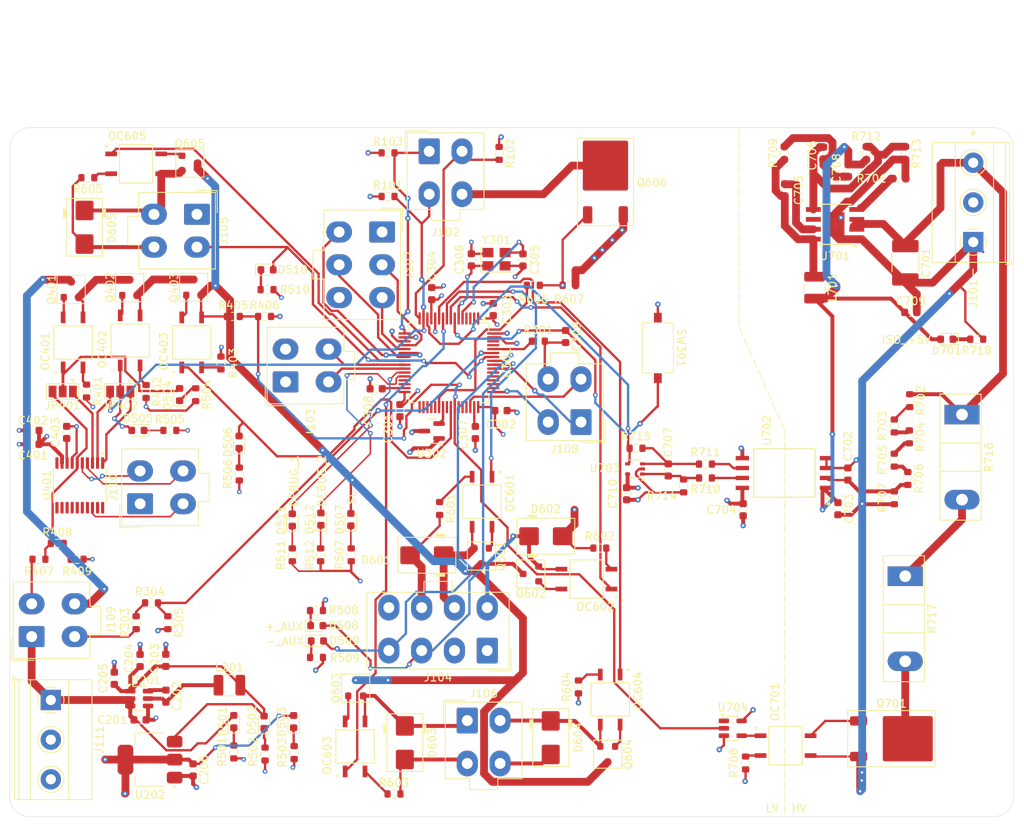
<source format=kicad_pcb>
(kicad_pcb (version 20240108) (generator "pcbnew") (generator_version "8.0")
  (layers (0 "F.Cu" signal) (1 "In1.Cu" power) (2 "In2.Cu" power) (31 "B.Cu" signal) (34 "B.Paste" user) (35 "F.Paste" user) (36 "B.SilkS" user "B.Silkscreen") (37 "F.SilkS" user "F.Silkscreen") (38 "B.Mask" user) (39 "F.Mask" user) (44 "Edge.Cuts" user))
  (net 0 "")
  (net 1 "GND")
  (net 2 "+24V")
  (net 3 "Net-(U201-BST)")
  (net 4 "Net-(U201-SW)")
  (net 5 "+5V")
  (net 6 "+3V3")
  (net 7 "Net-(U301-PH0)")
  (net 8 "Net-(U301-VCAP_1)")
  (net 9 "Net-(U301-NRST)")
  (net 10 "V_MTRCTRL")
  (net 11 "HSGND")
  (net 12 "Net-(U702-VIN)")
  (net 13 "HS+5V")
  (net 14 "Net-(U701-SW)")
  (net 15 "Net-(U701-BST)")
  (net 16 "Net-(C706-Pad1)")
  (net 17 "Net-(U701-FB)")
  (net 18 "Net-(U703-+)")
  (net 19 "Net-(U703--)")
  (net 20 "BMS_OUT1")
  (net 21 "BMS_OUT2")
  (net 22 "BMS_OUT3")
  (net 23 "Net-(U301-BOOT0)")
  (net 24 "Net-(U301-PH1)")
  (net 25 "Net-(OC401-Pad2)")
  (net 26 "Net-(OC402-Pad2)")
  (net 27 "Net-(OC403-Pad2)")
  (net 28 "SAFETY_LOOP_ST")
  (net 29 "SAFETY_LOOP_OUT")
  (net 30 "Net-(OC602-Pad2)")
  (net 31 "Net-(OC603-Pad2)")
  (net 32 "Net-(OC604-Pad2)")
  (net 33 "Net-(OC605-Pad2)")
  (net 34 "Net-(Q606-G)")
  (net 35 "PUMP_EN")
  (net 36 "Net-(U701-RT)")
  (net 37 "Net-(R702-Pad2)")
  (net 38 "Net-(R703-Pad2)")
  (net 39 "Net-(R704-Pad2)")
  (net 40 "Net-(R705-Pad2)")
  (net 41 "Net-(OC701-Pad2)")
  (net 42 "VDIFFP")
  (net 43 "VDIFFN")
  (net 44 "VSENSE_OUT")
  (net 45 "MISO_SPI1")
  (net 47 "HVC+_AUX")
  (net 48 "SWDCLK")
  (net 50 "CLK_SPI1")
  (net 51 "MOSI_SPI1")
  (net 53 "HVC+_EN")
  (net 55 "Net-(OC601-Pad2)")
  (net 56 "PRECHRG_AUX")
  (net 59 "SWO")
  (net 60 "NSS_SPI1")
  (net 62 "CHRG-_EN")
  (net 65 "TEMP_A")
  (net 69 "HVC-_EN")
  (net 70 "HVC-_AUX")
  (net 73 "IMD_IO_H")
  (net 74 "Net-(Q701-D)")
  (net 75 "CHRG+_EN")
  (net 76 "SWDIO")
  (net 78 "IGNITION_SW")
  (net 79 "CHARGE_SW")
  (net 82 "PRECHRG_EN")
  (net 87 "Net-(OC701-Pad1)")
  (net 88 "HVC+_PWR")
  (net 89 "HVC-_PWR")
  (net 90 "CHRG+_PWR")
  (net 91 "CHRG-_PWR")
  (net 92 "PRECHRG_PWR")
  (net 93 "IMD_OK_FINAL")
  (net 94 "Net-(Q401-G)")
  (net 95 "Net-(Q401-S)")
  (net 96 "BMS_OK_FINAL")
  (net 97 "Net-(Q402-G)")
  (net 98 "Net-(Q402-S)")
  (net 99 "Net-(Q403-G)")
  (net 100 "MCU_OK")
  (net 101 "Net-(Q601-G)")
  (net 102 "Net-(Q602-G)")
  (net 103 "Net-(Q603-G)")
  (net 104 "Net-(Q604-G)")
  (net 105 "Net-(Q605-G)")
  (net 106 "Net-(Q701-G)")
  (net 107 "SAFETY_LOOP_IN")
  (net 108 "PUMP_N")
  (net 109 "Net-(R716-Pad2)")
  (net 111 "BMS_OK_LATCHED")
  (net 113 "SWIM")
  (net 116 "IMD_OK")
  (net 117 "LATCH_RST")
  (net 118 "IMD_OK_LATCHED")
  (net 120 "DEBUG_1")
  (net 121 "DEBUG_2")
  (net 122 "Net-(D701-K)")
  (net 123 "IMD_OK_IN")
  (net 124 "Net-(U401-VCAP)")
  (net 125 "STM8_NRST")
  (net 127 "Net-(R303-Pad2)")
  (net 128 "Net-(R407-Pad2)")
  (net 130 "Net-(U301-PB7)")
  (net 138 "Net-(U301-VCAP_2)")
  (net 139 "Net-(D501-K)")
  (net 140 "Net-(D502-K)")
  (net 141 "Net-(D503-K)")
  (net 142 "Net-(D504-K)")
  (net 143 "Net-(D505-K)")
  (net 144 "Net-(D506-K)")
  (net 145 "Net-(D507-K)")
  (net 146 "Net-(D508-K)")
  (net 147 "Net-(D509-K)")
  (net 148 "Net-(D510-K)")
  (net 149 "Net-(D511-K)")
  (net 150 "Net-(D512-K)")
  (footprint "Resistor_SMD:R_0603_1608Metric" (layer "F.Cu") (at 175.514 83.312 180)
    (property "Reference" "R715")
    (property "Value" "16k5")
  )
  (footprint "Package_SO:TSSOP-20_4.4x6.5mm_P0.65mm" (layer "F.Cu") (at 104.293 88.0695 -90)
    (property "Reference" "U401")
    (property "Value" "STM8S003F3P")
  )
  (footprint "Resistor_SMD:R_0603_1608Metric" (layer "F.Cu") (at 111.506 105.664 90)
    (property "Reference" "R303")
    (property "Value" "1k6")
  )
  (footprint "LED_SMD:LED_0603_1608Metric" (layer "F.Cu") (at 134.7125 108)
    (property "Reference" "D509")
    (property "Value" "LED")
  )
  (footprint "Diode_SMD_AKL:D_SMB" (layer "F.Cu") (at 145.914 121.04 -90)
    (property "Reference" "D603")
    (property "Value" "SMBJ26A" (hide yes))
  )
  (footprint "VOM1271T:SOIC254P695X242-4N" (layer "F.Cu") (at 103.432 69.753 90)
    (property "Reference" "OC401")
    (property "Value" "VOM1271")
  )
  (footprint "Capacitor_SMD:C_0603_1608Metric" (layer "F.Cu") (at 108.712 112.789 90)
    (property "Reference" "C205")
    (property "Value" "1u")
  )
  (footprint "LED_SMD:LED_0603_1608Metric" (layer "F.Cu") (at 124.015 118.3255 90)
    (property "Reference" "D501")
    (property "Value" "LED")
  )
  (footprint "Resistor_SMD:R_0603_1608Metric" (layer "F.Cu") (at 162.371 62.434)
    (property "Reference" "R606")
    (property "Value" "680")
  )
  (footprint "Connector_Molex:Molex_Mini-Fit_Jr_5566-04A_2x02_P4.20mm_Vertical" (layer "F.Cu") (at 168.47 79.958 180)
    (property "Reference" "J108")
    (property "Value" "Conn_01x04_Socket")
  )
  (footprint "Package_TO_SOT_SMD:SOT-23" (layer "F.Cu") (at 149.352 81.105 180)
    (property "Reference" "U302")
    (property "Value" "MCP9700x-ETT")
  )
  (footprint "LED_SMD:LED_0603_1608Metric" (layer "F.Cu") (at 117.074 76.434 90)
    (property "Reference" "D504")
    (property "Value" "LED")
  )
  (footprint "Resistor_SMD:R_0603_1608Metric" (layer "F.Cu") (at 205 45.5 90)
    (property "Reference" "R712")
    (property "Value" "316k")
  )
  (footprint "LED_SMD:LED_0603_1608Metric" (layer "F.Cu") (at 124.694 82.53 90)
    (property "Reference" "D506")
    (property "Value" "LED")
  )
  (footprint "Capacitor_SMD:C_0603_1608Metric" (layer "F.Cu") (at 102.616 81.28 90)
    (property "Reference" "C403")
    (property "Value" "1u")
  )
  (footprint "Diode_SMD_AKL:D_SMB" (layer "F.Cu") (at 164.592 120.396 -90)
    (property "Reference" "D604")
    (property "Value" "SMBJ26A" (hide yes))
  )
  (footprint "Inductor_SMD:L_1210_3225Metric" (layer "F.Cu") (at 123.444 113.668)
    (property "Reference" "L201")
    (property "Value" "4u7")
  )
  (footprint "MountingHole:MountingHole_3mm" (layer "F.Cu") (at 99.568 46.736)
    (property "Reference" "H101" (hide yes))
    (property "Value" "MountingHole")
  )
  (footprint "Resistor_SMD:R_0603_1608Metric" (layer "F.Cu") (at 113.475 103.124)
    (property "Reference" "R304")
    (property "Value" "270")
  )
  (footprint "Resistor_SMD:R_0603_1608Metric" (layer "F.Cu") (at 208.5848 80.454 -90)
    (property "Reference" "R703")
    (property "Value" "300k")
  )
  (footprint "Capacitor_SMD:C_0603_1608Metric" (layer "F.Cu") (at 202.692 47.739 90)
    (property "Reference" "C708")
    (property "Value" "1n2")
  )
  (footprint "Capacitor_SMD:C_0603_1608Metric" (layer "F.Cu") (at 112.001 118.11)
    (property "Reference" "C201")
    (property "Value" "10u")
  )
  (footprint "Resistor_SMD:R_0603_1608Metric" (layer "F.Cu") (at 208.5848 84.835 -90)
    (property "Reference" "R705")
    (property "Value" "115k")
  )
  (footprint "Resistor_SMD:R_0603_1608Metric" (layer "F.Cu") (at 105.322 48.65 180)
    (property "Reference" "R605")
    (property "Value" "330")
  )
  (footprint "Resistor_SMD:R_0603_1608Metric" (layer "F.Cu") (at 184.404 87.122 180)
    (property "Reference" "R710")
    (property "Value" "10k")
  )
  (footprint "Capacitor_SMD:C_0603_1608Metric" (layer "F.Cu") (at 174.307 89.141 -90)
    (property "Reference" "C710")
    (property "Value" "100n")
  )
  (footprint "VOM1271T:SOIC254P695X242-4N" (layer "F.Cu") (at 194.661 121.412)
    (property "Reference" "OC701")
    (property "Value" "VOM1271")
  )
  (footprint "Resistor_SMD:R_0603_1608Metric" (layer "F.Cu") (at 210.503 81.851 -90)
    (property "Reference" "R704")
    (property "Value" "300k")
  )
  (footprint "Capacitor_SMD:C_0603_1608Metric" (layer "F.Cu") (at 210.6875 65.9)
    (property "Reference" "C709")
    (property "Value" "2u2")
  )
  (footprint "Diode_SMD_AKL:D_SMB" (layer "F.Cu") (at 148.732 97.027 180)
    (property "Reference" "D601")
    (property "Value" "SMBJ26A" (hide yes))
  )
  (footprint "Package_TO_SOT_SMD:SOT-23-5" (layer "F.Cu") (at 187.8985 119.192)
    (property "Reference" "U704")
    (property "Value" "SN74LVC1G14DBV")
  )
  (footprint "VOM1271T:SOIC254P695X242-4N" (layer "F.Cu") (at 110.744 69.499 90)
    (property "Reference" "OC402")
    (property "Value" "VOM1271")
  )
  (footprint "VOM1271T:SOIC254P695X242-4N" (layer "F.Cu") (at 118.618 69.753 90)
    (property "Reference" "OC403")
    (property "Value" "VOM1271")
  )
  (footprint "Resistor_SMD:R_0603_1608Metric" (layer "F.Cu") (at 134.6 104.11)
    (property "Reference" "R508")
    (property "Value" "270")
  )
  (footprint "Resistor_SMD:R_0603_1608Metric" (layer "F.Cu") (at 128.016 122.491 -90)
    (property "Reference" "R502")
    (property "Value" "620")
  )
  (footprint "Package_TO_SOT_SMD_AKL:SOT-23" (layer "F.Cu") (at 139.616 114.041 90)
    (property "Reference" "Q603")
    (property "Value" "AO3422" (hide yes))
  )
  (footprint "Crystal:Crystal_SMD_3225-4Pin_3.2x2.5mm" (layer "F.Cu") (at 157.65 59.094)
    (property "Reference" "Y301")
    (property "Value" "Crystal_GND24")
  )
  (footprint "Resistor_SMD:R_0603_1608Metric" (layer "F.Cu") (at 209.233 48.768)
    (property "Reference" "R701")
    (property "Value" "22k1")
  )
  (footprint "Connector_Molex:Molex_Mini-Fit_Jr_5566-04A_2x02_P4.20mm_Vertical" (layer "F.Cu") (at 119.292 53.34 -90)
    (property "Reference" "J105")
    (property "Value" "Conn_01x04_Socket")
  )
  (footprint "Resistor_SMD:R_0603_1608Metric" (layer "F.Cu") (at 139.0455 96.965 -90)
    (property "Reference" "R507")
    (property "Value" "4k3")
  )
  (footprint "Capacitor_SMD:C_0603_1608Metric" (layer "F.Cu") (at 98.285 82.804 180)
    (property "Reference" "C401")
    (property "Value" "1u")
  )
  (footprint "Resistor_SMD:R_0603_1608Metric" (layer "F.Cu") (at 103.949 97.536)
    (property "Reference" "R409")
    (property "Value" "330")
  )
  (footprint "Resistor_SMD:R_0603_1608Metric" (layer "F.Cu") (at 157.988 45.529 -90)
    (property "Reference" "R102")
    (property "Value" "1k")
  )
  (footprint "Capacitor_SMD:C_0603_1608Metric" (layer "F.Cu") (at 118.793 124.523 -90)
    (property "Reference" "C206")
    (property "Value" "1u")
  )
  (footprint "Capacitor_SMD:C_0603_1608Metric" (layer "F.Cu") (at 179.641 86.093 90)
    (property "Reference" "C707")
    (property "Value" "100p")
  )
  (footprint "Resistor_SMD:R_0603_1608Metric" (layer "F.Cu") (at 166.943 62.434)
    (property "Reference" "R607")
    (property "Value" "10k")
  )
  (footprint "Diode_SMD_AKL:D_SMB" (layer "F.Cu") (at 163.966 94.585)
    (property "Reference" "D602")
    (property "Value" "SMBJ26A" (hide yes))
  )
  (footprint "Resistor_SMD:R_0603_1608Metric" (layer "F.Cu") (at 131.739358 122.3 -90)
    (property "Reference" "R503")
    (property "Value" "270")
  )
  (footprint "Capacitor_SMD:C_0603_1608Metric" (layer "F.Cu") (at 201.3712 91.059 -90)
    (property "Reference" "C703")
    (property "Value" "100n")
  )
  (footprint "Capacitor_SMD:C_1812_4532Metric_Pad1.57x3.40mm_HandSolder" (layer "F.Cu") (at 210 59.55 -90)
    (property "Reference" "C701")
    (property "Value" "1u")
  )
  (footprint "LED_SMD:LED_0603_1608Metric" (layer "F.Cu") (at 128.27 60.452)
    (property "Reference" "D510")
    (property "Value" "LED")
  )
  (footprint "Capacitor_SMD:C_0603_1608Metric" (layer "F.Cu") (at 142.24 75.692 180)
    (property "Reference" "C308")
    (property "Value" "2u2")
  )
  (footprint "Resistor_SMD:R_0603_1608Metric" (layer "F.Cu") (at 144.522 127.605)
    (property "Reference" "R603")
    (property "Value" "330")
  )
  (footprint "Resistor_SMD:R_0603_1608Metric" (layer "F.Cu") (at 101.409 95.504)
    (property "Reference" "R408")
    (property "Value" "270")
  )
  (footprint "LED_SMD:LED_0603_1608Metric" (layer "F.Cu") (at 135.1655 92.3955 90)
    (property "Reference" "D512")
    (property "Value" "LED")
  )
  (footprint "Capacitor_SMD:C_0603_1608Metric" (layer "F.Cu") (at 166.5 69 -90)
    (property "Reference" "C309")
    (property "Value" "100n")
  )
  (footprint "Button_Switch_SMD:SW_Tactile_SPST_NO_Straight_CK_PTS636Sx25SMTRLFS" (layer "F.Cu") (at 178.308 70.454761 -90)
    (property "Reference" "SW301")
    (property "Value" "RST_SW")
  )
  (footprint "Connector_Molex:Molex_Mini-Fit_Jr_5566-04A_2x02_P4.20mm_Vertical" (layer "F.Cu") (at 153.906 118.198)
    (property "Reference" "J106")
    (property "Value" "Conn_01x04_Socket")
  )
  (footprint "Resistor_SMD:R_0603_1608Metric" (layer "F.Cu") (at 135.128 96.965 -90)
    (property "Reference" "R512")
    (property "Value" "270")
  )
  (footprint "VOM1271T:SOIC254P695X242-4N" (layer "F.Cu") (at 172.208 115.51 -90)
    (property "Reference" "OC604")
    (property "Value" "VOM1271")
  )
  (footprint "Inductor_SMD:L_1210_3225Metric" (layer "F.Cu") (at 198.374 62.738 -90)
    (property "Reference" "L701")
    (property "Value" "56u")
  )
  (footprint "Resistor_SMD:R_0603_1608Metric" (layer "F.Cu") (at 115.824 81.026)
    (property "Reference" "R505")
    (property "Value" "270")
  )
  (footprint "LED_SMD:LED_0603_1608Metric" (layer "F.Cu") (at 131.676358 118.3385 90)
    (property "Reference" "D503")
    (property "Value" "LED")
  )
  (footprint "Resistor_SMD:R_0603_1608Metric" (layer "F.Cu") (at 208.5848 89.661 -90)
    (property "Reference" "R707")
    (property "Value" "20k")
  )
  (footprint "Connector_Molex:Molex_Mini-Fit_Jr_5566-08A_2x04_P4.20mm_Vertical" (layer "F.Cu") (at 156.464 109.229 180)
    (property "Reference" "J104")
    (property "Value" "Conn_01x08_Socket")
  )
  (footprint "Package_TO_SOT_SMD:TSOT-23-6" (layer "F.Cu") (at 111.8925 115.382)
    (property "Reference" "U201")
    (property "Value" "AP63205WU")
  )
  (footprint "Capacitor_SMD:C_0603_1608Metric" (layer "F.Cu") (at 98.298 81.026 180)
    (property "Reference" "C402")
    (property "Value" "10u")
  )
  (footprint "Capacitor_SMD:C_0603_1608Metric" (layer "F.Cu") (at 154.432 59.169 -90)
    (property "Reference" "C306")
    (property "Value" "30p")
  )
  (footprint "Resistor_SMD:R_0603_1608Metric" (layer "F.Cu") (at 210.312 87.185 -90)
    (property "Reference" "R706")
    (property "Value" "1k")
  )
  (footprint "Resistor_SMD:R_0603_1608Metric" (layer "F.Cu") (at 150.368 91.029 -90)
    (property "Reference" "R601")
    (property "Value" "330")
  )
  (footprint "TerminalBlock_Phoenix:TerminalBlock_Phoenix_MKDS-1,5-3-5.08_1x03_P5.08mm_Horizontal" (layer "F.Cu") (at 218.694 56.896 90)
    (property "Reference" "J101")
    (property "Value" "Screw_Terminal_01x03")
  )
  (footprint "MountingHole:MountingHole_3mm" (layer "F.Cu") (at 124.97 101.41)
    (property "Reference" "H105" (hide yes))
    (property "Value" "MountingHole")
  )
  (footprint "MountingHole:MountingHole_3mm" (layer "F.Cu") (at 180.594 126.746)
    (property "Reference" "H104" (hide yes))
    (property "Value" "MountingHole")
  )
  (footprint "Package_QFP:LQFP-64_10x10mm_P0.5mm" (layer "F.Cu") (at 151.551 72.362 -90)
    (property "Reference" "U301")
    (property "Value" "STM32F205RBTx")
  )
  (footprint "Resistor_SMD:R_0603_1608Metric" (layer "F.Cu") (at 194.501 45.5 90)
    (property "Reference" "R709")
    (property "Value" "340k")
  )
  (footprint "Capacitor_SMD:C_0603_1608Metric" (layer "F.Cu") (at 149.352 63.5 90)
    (property "Reference" "C304")
    (property "Value" "4u7")
  )
  (footprint "Capacitor_SMD:C_0603_1608Metric" (layer "F.Cu") (at 112.014 110.503 90)
    (property "Reference" "C204")
    (property "Value" "22u")
  )
  (footprint "Connector_Molex:Molex_Mini-Fit_Jr_5566-04A_2x02_P4.20mm_Vertical" (layer "F.Cu") (at 149.03 45.264)
    (property "Reference" "J102")
    (property "Value" "Conn_01x04_Socket")
  )
  (footprint "Package_TO_SOT_SMD_AKL:SOT-23" (layer "F.Cu") (at 118.872 62.694 90)
    (property "Reference" "Q403")
    (property "Value" "AO3422" (hide yes))
  )
  (footprint "Capacitor_SMD:C_0603_1608Metric" (layer "F.Cu") (at 157.226 65.532 90)
    (property "Reference" "C303")
    (property "Value" "100n")
  )
  (footprint "Jumper:SolderJumper-3_P1.3mm_Open_Pad1.0x1.5mm" (layer "F.Cu") (at 109.474 76.043 180)
    (property "Reference" "JP402")
    (property "Value" "BMS_SELECT")
  )
  (footprint "Resistor_SMD:R_0603_1608Metric" (layer "F.Cu") (at 127.953 66.425)
    (property "Reference" "R406")
    (property "Value" "1k62")
  )
  (footprint "VOM1271T:SOIC254P695X242-4N" (layer "F.Cu") (at 169.164 100.076 180)
    (property "Reference" "OC602")
    (property "Value" "VOM1271")
  )
  (footprint "LED_SMD:LED_0603_1608Metric" (layer "F.Cu") (at 127.888 118.413 90)
    (property "Reference" "D502")
    (property "Value" "LED")
  )
  (footprint "Capacitor_SMD:C_0603_1608Metric" (layer "F.Cu") (at 189.23 91.186 -90)
    (property "Reference" "C704")
    (property "Value" "100n")
  )
  (footprint "Capacitor_SMD:C_0603_1608Metric" (layer "F.Cu") (at 145.288 78.486 -90)
    (property "Reference" "C301")
    (property "Value" "100n")
  )
  (footprint "Resistor_SMD:R_0603_1608Metric" (layer "F.Cu") (at 210.566 77.216 -90)
    (property "Reference" "R702")
    (property "Value" "300k")
  )
  (footprint "Package_TO_SOT_SMD_AKL:SOT-23" (layer "F.Cu") (at 103.19 62.98 90)
    (property "Reference" "Q401")
    (property "Value" "AO3422" (hide yes))
  )
  (footprint "Resistor_SMD:R_0603_1608Metric" (layer "F.Cu") (at 128.27 62.992)
    (property "Reference" "R510")
    (property "Value" "270")
  )
  (footprint "Resistor_SMD:R_0603_1608Metric" (layer "F.Cu") (at 189.544 123.635 -90)
    (property "Reference" "R708")
    (property "Value" "330")
  )
  (footprint "VOM1271T:SOIC254P695X242-4N" (layer "F.Cu") (at 111.515 46.872)
    (property "Reference" "OC605")
    (property "Value" "VOM1271")
  )
  (footprint "Package_TO_SOT_THT:TO-247-2_Vertical" (layer "F.Cu") (at 209.984 99.706 -90)
    (property "Reference" "R717")
    (property "Value" "56")
  )
  (footprint "Package_TO_SOT_SMD_AKL:SOT-23" (layer "F.Cu") (at 155.718 97.125 -90)
    (property "Reference" "Q601")
    (property "Value" "AO3422" (hide yes))
  )
  (footprint "Resistor_SMD:R_0603_1608Metric" (layer "F.Cu") (at 105.156 75.98 -90)
    (property "Reference" "R401")
    (property "Value" "330")
  )
  (footprint "Resistor_SMD:R_0603_1608Metric" (layer "F.Cu") (at 131.5 96.965 -90)
    (property "Reference" "R511")
    (property "Value" "270")
  )
  (footprint "Capacitor_SMD:C_0603_1608Metric" (layer "F.Cu") (at 194.564 50.225 -90)
    (property "Reference" "C705")
    (property "Value" "2n2")
  )
  (footprint "Resistor_SMD:R_0603_1608Metric" (layer "F.Cu") (at 123.952 66.425)
    (property "Reference" "R405")
    (property "Value" "10k2")
  )
  (footprint "Resistor_SMD:R_0603_1608Metric" (layer "F.Cu") (at 119.126 76.454 -90)
    (property "Reference" "R504")
    (property "Value" "270")
  )
  (footprint "LED_SMD:LED_0603_1608Metric" (layer "F.Cu") (at 111.7345 81.026 180)
    (property "Reference" "D505")
    (property "Value" "LED")
  )
  (footprint "Capacitor_SMD:C_0603_1608Metric" (layer "F.Cu") (at 199.5 45.5 90)
    (property "Reference" "C706")
    (property "Value" "56p")
  )
  (footprint "Diode_SMD_AKL:D_SMB" (layer "F.Cu") (at 104.902 55 -90)
    (property "Reference" "D605")
    (property "Value" "SMBJ26A" (hide yes))
  )
  (footprint "LED_SMD:LED_0603_1608Metric" (layer "F.Cu") (at 139 92.456 90)
    (property "Reference" "D507")
    (property "Value" "LED")
  )
  (footprint "VOM1271T:SOIC254P695X242-4N" (layer "F.Cu") (at 155.799 90.169 -90)
    (property "Reference" "OC601")
    (property "Value" "VOM1271")
  )
  (footprint "isolated_amp:DWV8_TEX" (layer "F.Cu") (at 194.5132 86.487 180)
    (property "Reference" "U702")
    (property "Value" "AMC1311QDWVR")
  )
  (footprint "Resistor_SMD:R_0603_1608Metric" (layer "F.Cu") (at 124.015 122.224 -90)
    (property "Reference" "R501")
    (property "Value" "4k3")
  )
  (footprint "Package_TO_SOT_SMD:SOT-353_SC-70-5" (layer "F.Cu") (at 175.389 85.964 180)
    (property "Reference" "U703")
    (property "Value" "TLV9001IDCK")
  )
  (footprint "Capacitor_SMD:C_0603_1608Metric" (layer "F.Cu") (at 158.229 78.486)
    (property "Reference" "C302")
    (property "Value" "100n")
  )
  (footprint "Resistor_SMD:R_0603_1608Metric" (layer "F.Cu") (at 219.139 69.342)
    (property "Reference" "R718")
    (property "Value" "620")
  )
  (footprint "Capacitor_SMD:C_0603_1608Metric" (layer "F.Cu") (at 161.036 59.182 90)
    (property "Reference" "C305")
    (property "Value" "30p")
  )
  (footprint "Resistor_SMD:R_0603_1608Metric" (layer "F.Cu") (at 143.764 45.466)
    (property "Reference" "R103")
    (property "Value" "1k")
  )
  (footprint "Resistor_SMD:R_0603_1608Metric" (layer "F.Cu") (at 99.06 97.536)
    (property "Reference" "R407")
    (property "Value" "1k6")
  )
  (footprint "Resistor_SMD:R_0603_1608Metric" (layer "F.Cu") (at 143.764 51.054)
    (property "Reference" "R101")
    (property "Value" "1k")
  )
  (footprint "Package_TO_SOT_SMD_AKL:SOT-23" (layer "F.Cu") (at 110.678 62.726 90)
    (property "Reference" "Q402")
    (property "Value" "AO3422" (hide yes))
  )
  (footprint "Connector_Molex:Molex_Mini-Fit_Jr_5566-04A_2x02_P4.20mm_Vertical" (layer "F.Cu") (at 112.014 90.424 90)
    (property "Reference" "J110")
    (property "Value" "Conn_01x04_Socket")
  )
  (footprint "VOM1271T:SOIC254P695X242-4N" (layer "F.Cu") (at 139.539 121.509 90)
    (property "Reference" "OC603")
    (property "Value" "VOM1271")
  )
  (footprint "MountingHole:MountingHole_3mm" (layer "F.Cu") (at 183.896 46.228)
    (property "Reference" "H102" (hide yes))
    (property "Value" "MountingHole")
  )
  (footprint "Resistor_SMD:R_0603_1608Metric" (layer "F.Cu") (at 163.005 69.596)
    (property "Reference" "R301")
    (property "Value" "10k")
  )
  (footprint "Package_TO_SOT_THT:TO-247-2_Vertical" (layer "F.Cu") (at 217.25 79 -90)
    (property "Reference" "R716")
    (property "Value" "56")
  )
  (footprint "TerminalBlock_Phoenix:TerminalBlock_Phoenix_MKDS-1,5-3-5.08_1x03_P5.08mm_Horizontal" (layer "F.Cu") (at 100.584 115.57 -90)
    (property "Reference" "J111")
    (property "Value" "Screw_Terminal_01x03")
  )
  (footprint "Connector_Molex:Molex_Mini-Fit_Jr_5566-04A_2x02_P4.20mm_Vertical" (layer "F.Cu") (at 130.644 74.812 90)
    (property "Reference" "J103")
    (property "Value" "Conn_01x04_Socket")
  )
  (footprint "LED_SMD:LED_0603_1608Metric" (layer "F.Cu") (at 131.5 92.5 90)
    (property "Reference" "D511")
    (property "Value" "LED")
  )
  (footprint "Package_TO_SOT_SMD_AKL:SOT-23" (layer "F.Cu") (at 118.38 46.79)
    (property "Reference" "Q605")
    (property "Value" "AO3422" (hide yes))
  )
  (footprint "LED_SMD:LED_0603_1608Metric" (layer "F.Cu") (at 134.6375 106.040001)
    (property "Reference" "D508")
    (property "Value" "LED")
  )
  (footprint "Resistor_SMD:R_0603_1608Metric" (layer "F.Cu") (at 134.6 110.11)
    (property "Reference" "R509")
    (property "Value" "270")
  )
  (footprint "Resistor_SMD:R_0603_1608Metric" (layer "F.Cu") (at 184.404 85.344 180)
    (property "Reference" "R711")
    (property "Value" "10k")
  )
  (footprint "Resistor_SMD:R_0603_1608Metric" (layer "F.Cu") (at 115.57 105.664 -90)
    (property "Reference" "R305")
    (property "Value" "330")
  )
  (footprint "Package_SO:TI_SO-PowerPAD-8" (layer "F.Cu") (at 201 54.623 180)
    (property "Reference" "U701")
    (property "Value" "LM5168FDDAR")
  )
  (footprint "Connector_Molex:Molex_Mini-Fit_Jr_5566-06A_2x03_P4.20mm_Vertical" (layer "F.Cu") (at 143.002 55.608 -90)
    (property "Reference" "J107")
    (property "Value" "Conn_01x06_Socket")
  )
  (footprint "Resistor_SMD:R_0603_1608Metric" (layer "F.Cu") (at 181.61 88.138 -90)
    (property "Reference" "R714")
    (property "Value" "16k5")
  )
  (footprint "Resistor_SMD:R_0603_1608Metric" (layer "F.Cu") (at 210 45.5 -90)
    (property "Reference" "R713")
    (property "Value" "101k")
  )
  (footprint "Capacitor_SMD:C_0603_1608Metric" (layer "F.Cu") (at 202.6412 86.614 90)
    (property "Reference" "C702")
    (property "Value" "100p")
  )
  (footprint "Connector_Molex:Molex_Mini-Fit_Jr_5566-04A_2x02_P4.20mm_Vertical" (layer "F.Cu") (at 98.132 107.442 90)
    (property "Reference" "J109")
    (property "Value" "Conn_01x04_Socket")
  )
  (footprint "Package_TO_SOT_SMD_AKL:TO-252-2" (layer "F.Cu") (at 208.212 120.528)
    (property "Reference" "Q701")
    (property "Value" "IPD70R360P7S" (hide yes))
  )
  (footprint "Jumper:SolderJumper-3_P1.3mm_Open_Pad1.0x1.5mm" (layer "F.Cu") (at 102.108 76.043 180)
    (property "Reference" "JP401")
    (property "Value" "IMD_SELECT")
  )
  (footprint "Package_TO_SOT_SMD_AKL:TO-252-2" (layer "F.Cu") (at 171.6 49.2 90)
    (property "Reference" "Q606")
    (property "Value" "IPD70R360P7S" (hide yes))
  )
  (footprint "Capacitor_SMD:C_0603_1608Metric" (layer "F.Cu") (at 115.303 110.49 90)
    (property "Reference" "C203")
    (property "Value" "22u")
  )
  (footprint "MountingHole:MountingHole_3mm" (layer "F.Cu") (at 219.202 125.73)
    (property "Reference" "H103" (hide yes))
    (property "Value" "MountingHole")
  )
  (footprint "Resistor_SMD:R_0603_1608Metric" (layer "F.Cu") (at 122.365 72.39 90)
    (property "Reference" "R403")
    (property "Value" "330")
  )
  (footprint "Capacitor_SMD:C_0603_1608Metric" (layer "F.Cu") (at 115.316 115.075 -90)
    (property "Reference" "C202")
    (property "Value" "100n")
  )
  (footprint "Package_TO_SOT_SMD:SOT-223-3_TabPin2" (layer "F.Cu") (at 113.284 123.204 180)
    (property "Reference" "U202")
    (property "Value" "TLV1117-33")
  )
  (footprint "LED_SMD:LED_0603_1608Metric" (layer "F.Cu") (at 215.3035 69.342 180)
    (property "Reference" "D701")
    (property "Value" "LED")
  )
  (footprint "Resistor_SMD:R_0603_1608Metric" (layer "F.Cu") (at 124.714 86.614 -90)
    (property "Reference" "R506")
    (property "Value" "270")
  )
  (footprint "Package_TO_SOT_SMD_AKL:SOT-23" (layer "F.Cu") (at 162.052 99.411 180)
    (property "Reference" "Q602")
    (property "Value" "AO3422" (hide yes))
  )
  (footprint "Resistor_SMD:R_0603_1608Metric" (layer "F.Cu") (at 170.879 96.109 180)
    (property "Reference" "R602")
    (property "Value" "330")
  )
  (footprint "Capacitor_SMD:C_0603_1608Metric" (layer "F.Cu") (at 154.94 81.293 -90)
    (property "Reference" "C307")
    (property "Value" "2u2")
  )
  (footprint "Resistor_SMD:R_0603_1608Metric" (layer "F.Cu") (at 112.776 76.043 -90)
    (property "Reference" "R402")
    (property "Value" "330")
  )
  (footprint "Package_TO_SOT_SMD_AKL:SOT-23" (layer "F.Cu") (at 171.888 122.509 -90)
    (property "Reference" "Q604")
    (property "Value" "AO3422" (hide yes))
  )
  (footprint "Resistor_SMD:R_0603_1608Metric" (layer "F.Cu") (at 168.144 113.889 -90)
    (property "Reference" "R604")
    (property "Value" "330")
  )
  (gr_line (start 194.564 81.026) (end 194.56 130.13) (stroke (width 0.1) (type dash)) (layer "F.SilkS"))
  (gr_line (start 188.722 67.818) (end 194.564 81.026) (stroke (width 0.1) (type dash)) (layer "F.SilkS"))
  (gr_line (start 188.72 42.42) (end 188.722 67.818) (stroke (width 0.1) (type dash)) (layer "F.SilkS"))
  (gr_line (start 95.3396 127.978) (end 95.3396 44.78) (stroke (width 0.05)) (layer "Edge.Cuts"))
  (gr_line (start 97.8796 42.24) (end 221.2996 42.24) (stroke (width 0.05)) (layer "Edge.Cuts"))
  (gr_arc (start 97.8796 130.518) (mid 96.083549 129.774051) (end 95.3396 127.978) (stroke (width 0.05)) (layer "Edge.Cuts"))
  (gr_line (start 221.2996 130.518) (end 97.8796 130.518) (stroke (width 0.05)) (layer "Edge.Cuts"))
  (gr_arc (start 95.3396 44.78) (mid 96.083549 42.983949) (end 97.8796 42.24) (stroke (width 0.05)) (layer "Edge.Cuts"))
  (gr_arc (start 223.8396 127.978) (mid 223.095651 129.774051) (end 221.2996 130.518) (stroke (width 0.05)) (layer "Edge.Cuts"))
  (gr_arc (start 221.2996 42.24) (mid 223.095651 42.983949) (end 223.8396 44.78) (stroke (width 0.05)) (layer "Edge.Cuts"))
  (gr_line (start 223.8396 44.78) (end 223.8396 127.978) (stroke (width 0.05)) (layer "Edge.Cuts"))
  (gr_text "HV" (at 195.326 130.048 0) (layer "F.SilkS") (effects (font (size 1 1)) (justify left bottom)))
  (gr_text "_\n" (at 218.694 61.214 90) (layer "F.SilkS") (effects (font (size 1 1)) (justify left bottom)))
  (gr_text "LV" (at 192.024 130.048 0) (layer "F.SilkS") (effects (font (size 1 1)) (justify left bottom)))
  (gr_text "ISO_+5V" (at 206.88 69.99 0) (layer "F.SilkS") (effects (font (size 1 1)) (justify left bottom)))
  (gr_text "+" (at 217.932 43.434 0) (layer "F.SilkS") (effects (font (size 1 1)) (justify left bottom)))
  (gr_text "DEBUG_1" (at 132.334 90.932 90) (layer "F.SilkS") (effects (font (size 1 1)) (justify left bottom)))
  (gr_text "-_AUX" (at 128.065 108.62 0) (layer "F.SilkS") (effects (font (size 1 1)) (justify left bottom)))
  (gr_text "DEBUG_2\n" (at 135.89 90.932 90) (layer "F.SilkS") (effects (font (size 1 1)) (justify left bottom)))
  (gr_text "SL" (at 139.7 90.678 90) (layer "F.SilkS") (effects (font (size 1 1)) (justify left bottom)))
  (gr_text "+_AUX" (at 127.925 106.75 0) (layer "F.SilkS") (effects (font (size 1 1)) (justify left bottom)))
  (segment (start 175.514 86.36) (end 175.514 86.753168) (width 0.3) (layer "F.Cu") (net 1))
  (segment (start 103.886 83.901501) (end 103.318 84.469501) (width 0.3) (layer "F.Cu") (net 1))
  (segment (start 147.296 69.112) (end 147.32 69.088) (width 0.3) (layer "F.Cu") (net 1))
  (segment (start 177.723832 88.963) (end 176.721 88.963) (width 0.3) (layer "F.Cu") (net 1))
  (segment (start 132.334 99.06) (end 135.217 99.06) (width 0.2) (layer "F.Cu") (net 1))
  (segment (start 113.792 57.54) (end 105.292 57.54) (width 0.5) (layer "F.Cu") (net 1))
  (segment (start 186.761 121.341) (end 186.182 121.92) (width 0.3) (layer "F.Cu") (net 1))
  (segment (start 150.368 91.854) (end 150.368 93.241) (width 0.3) (layer "F.Cu") (net 1))
  (segment (start 125.157 123.049) (end 125.285 123.177) (width 0.3) (layer "F.Cu") (net 1))
  (segment (start 148.4145 81.105) (end 146.987 81.105) (width 0.5) (layer "F.Cu") (net 1))
  (segment (start 148.064 98.509) (end 146.582 97.027) (width 1) (layer "F.Cu") (net 1))
  (segment (start 140.208 100.33) (end 138.903 99.025) (width 0.3) (layer "F.Cu") (net 1))
  (segment (start 148.064 103.729) (end 148.064 98.509) (width 1) (layer "F.Cu") (net 1))
  (segment (start 173.88 53.4) (end 173.88 55.228) (width 1) (layer "F.Cu") (net 1))
  (segment (start 158.86212 69.87) (end 160.24 69.87) (width 0.3) (layer "F.Cu") (net 1))
  (segment (start 150.368 93.241) (end 146.582 97.027) (width 0.3) (layer "F.Cu") (net 1))
  (segment (start 189.1284 84.582) (end 189.1284 83.4644) (width 0.5) (layer "F.Cu") (net 1))
  (segment (start 163.44 123.698) (end 164.592 122.546) (width 0.5) (layer "F.Cu") (net 1))
  (segment (start 175.514 86.753168) (end 177.723832 88.963) (width 0.3) (layer "F.Cu") (net 1))
  (segment (start 156.55 58.244) (end 156.456 58.244) (width 0.3) (layer "F.Cu") (net 1))
  (segment (start 170.054 96.109) (end 167.64 96.109) (width 0.3) (layer "F.Cu") (net 1))
  (segment (start 104.497 48.65) (end 103.402 49.745) (width 0.3) (layer "F.Cu") (net 1))
  (segment (start 108.712 112.014) (end 108.712 110.744) (width 0.5) (layer "F.Cu") (net 1))
  (segment (start 131.739358 124.038642) (end 131.739358 123.125) (width 0.3) (layer "F.Cu") (net 1))
  (segment (start 97.51 82.804) (end 96.52 82.804) (width 0.5) (layer "F.Cu") (net 1))
  (segment (start 124.015 123.049) (end 125.157 123.049) (width 0.3) (layer "F.Cu") (net 1))
  (segment (start 131.572 124.206) (end 131.739358 124.038642) (width 0.3) (layer "F.Cu") (net 1))
  (segment (start 145.876 69.112) (end 147.296 69.112) (width 0.3) (layer "F.Cu") (net 1))
  (segment (start 157.226 64.757) (end 155.969 64.757) (width 0.3) (layer "F.Cu") (net 1))
  (segment (start 149.352 62.725) (end 150.635 62.725) (width 0.3) (layer "F.Cu") (net 1))
  (segment (start 102.616 80.505) (end 103.873 80.505) (width 0.3) (layer "F.Cu") (net 1))
  (segment (start 160.02 78.486) (end 160.274 78.74) (width 0.3) (layer "F.Cu") (net 1))
  (segment (start 135.217 99.06) (end 135.252 99.025) (width 0.2) (layer "F.Cu") (net 1))
  (segment (start 135.425 110.11) (end 135.425 110.825) (width 0.3) (layer "F.Cu") (net 1))
  (segment (start 173.88 55.228) (end 173.736 55.372) (width 1) (layer "F.Cu") (net 1))
  (segment (start 145.914 123.19) (end 153.398 123.19) (width 0.5) (layer "F.Cu") (net 1))
  (segment (start 135.615 103.993) (end 135.615 104.28) (width 0.2) (layer "F.Cu") (net 1))
  (segment (start 173.736 55.372) (end 172.466 56.642) (width 1) (layer "F.Cu") (net 1))
  (segment (start 103.402 55.65) (end 104.902 57.15) (width 0.3) (layer "F.Cu") (net 1))
  (segment (start 140.208 100.33) (end 139.0455 99.1675) (width 0.3) (layer "F.Cu") (net 1))
  (segment (start 150.635 62.725) (end 150.876 62.484) (width 0.3) (layer "F.Cu") (net 1))
  (segment (start 161.036 59.957) (end 161.036 60.334) (width 0.3) (layer "F.Cu") (net 1))
  (segment (start 174.307 89.916) (end 175.768 89.916) (width 0.5) (layer "F.Cu") (net 1))
  (segment (start 129.925 66.425) (end 128.778 66.425) (width 0.3) (layer "F.Cu") (net 1))
  (segment (start 146.987 81.105) (end 146.812 81.28) (width 0.5) (layer "F.Cu") (net 1))
  (segment (start 124.714 87.439) (end 124.714 88.9) (width 0.3) (layer "F.Cu") (net 1))
  (segment (start 163.83 74.018) (end 164.27 74.458) (width 0.3) (layer "F.Cu") (net 1))
  (segment (start 164.009 69.775) (end 163.83 69.596) (width 0.3) (layer "F.Cu") (net 1))
  (segment (start 103.402 49.745) (end 103.402 55.65) (width 0.3) (layer "F.Cu") (net 1))
  (segment (start 105.156 77.192471) (end 105.156 76.805) (width 0.2) (layer "F.Cu") (net 1))
  (segment (start 166.5 69.775) (end 164.009 69.775) (width 0.3) (layer "F.Cu") (net 1))
  (segment (start 145.288 79.261) (end 145.288 80.518) (width 0.3) (layer "F.Cu") (net 1))
  (segment (start 115.303 109.715) (end 115.303 108.471) (width 0.5) (layer "F.Cu") (net 1))
  (segment (start 172.466 56.642) (end 171.196 57.912) (width 1) (layer "F.Cu") (net 1))
  (segment (start 157.226 69.112) (end 158.10412 69.112) (width 0.3) (layer "F.Cu") (net 1))
  (segment (start 158.10412 69.112) (end 158.86212 69.87) (width 0.3) (layer "F.Cu") (net 1))
  (segment (start 114.491 106.489) (end 114.3 106.68) (width 0.3) (layer "F.Cu") (net 1))
  (segment (start 141.465 75.692) (end 141.465 74.435) (width 0.3) (layer "F.Cu") (net 1))
  (segment (start 135.425 104.11) (end 135.425 103.075) (width 0.3) (layer "F.Cu") (net 1))
  (segment (start 145.347 127.605) (end 145.347 123.757) (width 0.3) (layer "F.Cu") (net 1))
  (segment (start 145.914 123.19) (end 145.914 123.917) (width 0.5) (layer "F.Cu") (net 1))
  (segment (start 161.023 59.944) (end 161.036 59.957) (width 0.3) (layer "F.Cu") (net 1))
  (segment (start 154.432 58.394) (end 156.4 58.394) (width 0.3) (layer "F.Cu") (net 1))
  (segment (start 145.347 123.757) (end 145.914 123.19) (width 0.3) (layer "F.Cu") (net 1))
  (segment (start 103.873 80.505) (end 103.886 80.518) (width 0.3) (layer "F.Cu") (net 1))
  (segment (start 122.365 70.421) (end 122.428 70.358) (width 0.3) (layer "F.Cu") (net 1))
  (segment (start 97.523 81.026) (end 96.52 81.026) (width 0.5) (layer "F.Cu") (net 1))
  (segment (start 176.339 85.964) (end 175.91 85.964) (width 0.3) (layer "F.Cu") (net 1))
  (segment (start 158.75 59.944) (end 161.023 59.944) (width 0.3) (layer "F.Cu") (net 1))
  (segment (start 176.721 88.963) (end 175.768 89.916) (width 0.3) (layer "F.Cu") (net 1))
  (segment (start 167.64 96.109) (end 166.116 94.585) (width 0.3) (layer "F.Cu") (net 1))
  (segment (start 186.761 120.142) (end 186.761 121.341) (width 0.3) (layer "F.Cu") (net 1))
  (segment (start 112.014 109.728) (end 112.014 108.458) (width 0.5) (layer "F.Cu") (net 1))
  (segment (start 135.425 110.825) (end 134.5 111.75) (width 0.3) (layer "F.Cu") (net 1))
  (segment (start 170.18 58.928) (end 168.608 60.5) (width 1) (layer "F.Cu") (net 1))
  (segment (start 171.196 57.912) (end 170.18 58.928) (width 1) (layer "F.Cu") (net 1))
  (segment (start 118.793 125.298) (end 118.793 126.311) (width 0.5) (layer "F.Cu") (net 1))
  (segment (start 178.308 64.866761) (end 178.308 66.579761) (width 0.3) (layer "F.Cu") (net 1))
  (segment (start 131.5 98.226) (end 132.334 99.06) (width 0.2) (layer "F.Cu") (net 1))
  (segment (start 103.886 80.518) (end 103.886 83.901501) (width 0.3) (layer "F.Cu") (net 1))
  (segment (start 113.03 116.332) (end 113.03 117.856) (width 0.5) (layer "F.Cu") (net 1))
  (segment (start 189.544 124.46) (end 189.544 125.924) (width 0.3) (layer "F.Cu") (net 1))
  (segment (start 118.793 126.311) (end 119.228 126.746) (width 0.5) (layer "F.Cu") (net 1))
  (segment (start 112.776 118.11) (end 113.792 118.11) (width 0.5) (layer "F.Cu") (net 1))
  (segment (start 189.23 91.961) (end 189.23 93.218) (width 0.5) (layer "F.Cu") (net 1))
  (segment (start 189.544 125.924) (end 189.484 125.984) (width 0.3) (layer "F.Cu") (net 1))
  (segment (start 104.774 97.536) (end 105.918 97.536) (width 0.3) (layer "F.Cu") (net 1))
  (segment (start 167.64 91.186) (end 167.64 93.061) (width 1) (layer "F.Cu") (net 1))
  (segment (start 149.847 62.725) (end 149.352 62.725) (width 0.3) (layer "F.Cu") (net 1))
  (segment (start 141.465 74.435) (end 141.478 74.422) (width 0.3) (layer "F.Cu") (net 1))
  (segment (start 168.608 60.5) (end 167.768 60.5) (width 1) (layer "F.Cu") (net 1))
  (segment (start 119.126 77.279) (end 117.919 78.486) (width 0.3) (layer "F.Cu") (net 1))
  (segment (start 116.64 125.298) (end 116.434 125.504) (width 0.5) (layer "F.Cu") (net 1))
  (segment (start 113.03 117.856) (end 112.776 118.11) (width 0.5) (layer "F.Cu") (net 1))
  (segment (start 122.365 71.565) (end 122.365 70.421) (width 0.3) (layer "F.Cu") (net 1))
  (segment (start 113.284 78.486) (end 112.776 77.978) (width 0.3) (layer "F.Cu") (net 1))
  (segment (start 105.968784 78.005255) (end 105.156 77.192471) (width 0.2) (layer "F.Cu") (net 1))
  (segment (start 118.793 125.298) (end 116.64 125.298) (width 0.5) (layer "F.Cu") (net 1))
  (segment (start 158.106 123.698) (end 163.44 123.698) (width 0.5) (layer "F.Cu") (net 1))
  (segment (start 115.303 108.471) (end 115.316 108.458) (width 0.5) (layer "F.Cu") (net 1))
  (segment (start 154.94 82.068) (end 154.94 83.566) (width 0.3) (layer "F.Cu") (net 1))
  (segment (start 168.144 114.714) (end 168.144 115.921) (width 0.3) (layer "F.Cu") (net 1))
  (segment (start 116.649 81.026) (end 118.11 81.026) (width 0.2) (layer "F.Cu") (net 1))
  (segment (start 128.016 123.316) (end 128.016 124.714) (width 0.3) (layer "F.Cu") (net 1))
  (segment (start 167.768 62.434) (end 167.768 60.5) (width 1) (layer "F.Cu") (net 1))
  (segment (start 135.252 99.025) (end 135.128 98.901) (width 0.3) (layer "F.Cu") (net 1))
  (segment (start 175.91 85.964) (end 175.514 86.36) (width 0.3) (layer "F.Cu") (net 1))
  (segment (start 177.723832 88.963) (end 181.61 88.963) (width 0.3) (layer "F.Cu") (net 1))
  (segment (start 103.318 84.469501) (end 103.318 85.207) (width 0.3) (layer "F.Cu") (net 1))
  (segment (start 159.004 78.486) (end 160.02 78.486) (width 0.3) (layer "F.Cu") (net 1))
  (segment (start 135.425 103.075) (end 135.75 102.75) (width 0.3) (layer "F.Cu") (net 1))
  (segment (start 117.919 78.486) (end 113.284 78.486) (width 0.3) (layer "F.Cu") (net 1))
  (segment (start 139.0455 99.1675) (end 139.0455 97.79) (width 0.3) (layer "F.Cu") (net 1))
  (segment (start 105.292 57.54) (end 104.902 57.15) (width 0.5) (layer "F.Cu") (net 1))
  (segment (start 131.5 97.79) (end 131.5 98.226) (width 0.2) (layer "F.Cu") (net 1))
  (segment (start 138.903 99.025) (end 135.252 99.025) (width 0.3) (layer "F.Cu") (net 1))
  (segment (start 154.432 58.394) (end 154.432 56.896) (width 0.3) (layer "F.Cu") (net 1))
  (segment (start 113.792 118.11) (end 114.046 117.856) (width 0.5) (layer "F.Cu") (net 1))
  (segment (start 153.398 123.19) (end 153.906 123.698) (width 0.5) (layer "F.Cu") (net 1))
  (segment (start 155.969 64.757) (end 155.956 64.77) (width 0.3) (layer "F.Cu") (net 1))
  (segment (start 130.111 64.008) (end 129.095 62.992) (width 0.3) (layer "F.Cu") (net 1))
  (segment (start 189.1284 83.4644) (end 188.976 83.312) (width 0.5) (layer "F.Cu") (net 1))
  (segment (start 167.64 93.061) (end 166.116 94.585) (width 1) (layer "F.Cu") (net 1))
  (segment (start 149.801 68.385) (end 149.801 66.687) (width 0.3) (layer "F.Cu") (net 1))
  (segment (start 112.776 76.868) (end 112.776 77.978) (width 0.2) (layer "F.Cu") (net 1))
  (segment (start 135.128 98.901) (end 135.128 97.79) (width 0.3) (layer "F.Cu") (net 1))
  (segment (start 156.4 58.394) (end 156.55 58.244) (width 0.3) (layer "F.Cu") (net 1))
  (segment (start 115.57 106.489) (end 114.491 106.489) (width 0.3) (layer "F.Cu") (net 1))
  (segment (start 163.83 69.596) (end 163.83 74.018) (width 0.3) (layer "F.Cu") (net 1))
  (segment (start 161.036 60.334) (end 160.02 61.35) (width 0.3) (layer "F.Cu") (net 1))
  (via (at 131.572 124.206) (size 0.6) (drill 0.3) (layers "F.Cu" "B.Cu") (net 1))
  (via (at 149.801 68.385) (size 0.6) (drill 0.3) (layers "F.Cu" "B.Cu") (net 1))
  (via (at 134.5 111.75) (size 0.7) (drill 0.3) (layers "F.Cu" "B.Cu") (net 1))
  (via (at 160.02 61.35) (size 0.6) (drill 0.3) (layers "F.Cu" "B.Cu") (net 1))
  (via (at 154.94 83.566) (size 0.7) (drill 0.3) (layers "F.Cu" "B.Cu") (net 1))
  (via (at 122.428 70.358) (size 0.6) (drill 0.3) (layers "F.Cu" "B.Cu") (net 1))
  (via (at 170.18 58.928) (size 0.7) (drill 0.3) (layers "F.Cu" "B.Cu") (net 1))
  (via (at 96.52 81.026) (size 0.6) (drill 0.3) (layers "F.Cu" "B.Cu") (net 1))
  (via (at 140.208 100.33) (size 0.6) (drill 0.3) (layers "F.Cu" "B.Cu") (net 1))
  (via (at 141.478 74.422) (size 0.7) (drill 0.3) (layers "F.Cu" "B.Cu") (net 1))
  (via (at 189.484 125.984) (size 0.7) (drill 0.3) (layers "F.Cu" "B.Cu") (net 1))
  (via (at 114.046 117.856) (size 0.6) (drill 0.3) (layers "F.Cu" "B.Cu") (net 1))
  (via (at 175.768 89.916) (size 0.7) (drill 0.3) (layers "F.Cu" "B.Cu") (net 1))
  (via (at 145.288 80.518) (size 0.7) (drill 0.3) (layers "F.Cu" "B.Cu") (net 1))
  (via (at 155.956 64.77) (size 0.7) (drill 0.3) (layers "F.Cu" "B.Cu") (net 1))
  (via (at 115.316 108.458) (size 0.7) (drill 0.3) (layers "F.Cu" "B.Cu") (net 1))
  (via (at 112.776 77.978) (size 0.6) (drill 0.3) (layers "F.Cu" "B.Cu") (net 1))
  (via (at 172.466 56.642) (size 0.7) (drill 0.3) (layers "F.Cu" "B.Cu") (net 1))
  (via (at 105.968784 78.005255) (size 0.6) (drill 0.3) (layers "F.Cu" "B.Cu") (net 1))
  (via (at 105.918 97.536) (size 0.6) (drill 0.3) (layers "F.Cu" "B.Cu") (net 1))
  (via (at 160.274 78.74) (size 0.7) (drill 0.3) (layers "F.Cu" "B.Cu") (net 1))
  (via (at 168.144 115.921) (size 0.7) (drill 0.3) (layers "F.Cu" "B.Cu") (net 1))
  (via (at 160.24 69.87) (size 0.7) (drill 0.3) (layers "F.Cu" "B.Cu") (net 1))
  (via (at 112.014 108.458) (size 0.7) (drill 0.3) (layers "F.Cu" "B.Cu") (net 1))
  (via (at 96.52 82.804) (size 0.6) (drill 0.3) (layers "F.Cu" "B.Cu") (net 1))
  (via (at 108.712 110.744) (size 0.7) (drill 0.3) (layers "F.Cu" "B.Cu") (net 1))
  (via (at 118.11 81.026) (size 0.6) (drill 0.3) (layers "F.Cu" "B.Cu") (net 1))
  (via (at 188.976 83.312) (size 0.7) (drill 0.3) (layers "F.Cu" "B.Cu") (net 1))
  (via (at 135.75 102.75) (size 0.7) (drill 0.3) (layers "F.Cu" "B.Cu") (net 1))
  (via (at 186.182 121.92) (size 0.7) (drill 0.3) (layers "F.Cu" "B.Cu") (net 1))
  (via (at 167.64 91.186) (size 0.6) (drill 0.3) (layers "F.Cu" "B.Cu") (net 1))
  (via (at 119.228 126.746) (size 0.7) (drill 0.3) (layers "F.Cu" "B.Cu") (net 1))
  (via (at 146.812 81.28) (size 0.7) (drill 0.3) (layers "F.Cu" "B.Cu") (net 1))
  (via (at 130.111 64.008) (size 0.6) (drill 0.3) (layers "F.Cu" "B.Cu") (net 1))
  (via (at 154.432 56.896) (size 0.6) (drill 0.3) (layers "F.Cu" "B.Cu") (net 1))
  (via (at 178.308 64.866761) (size 0.7) (drill 0.3) (layers "F.Cu" "B.Cu") (net 1))
  (via (at 103.886 80.518) (size 0.6) (drill 0.3) (layers "F.Cu" "B.Cu") (net 1))
  (via (at 150.876 62.484) (size 0.6) (drill 0.3) (layers "F.Cu" "B.Cu") (net 1))
  (via (at 129.925 66.425) (size 0.7) (drill 0.3) (layers "F.Cu" "B.Cu") (net 1))
  (via (at 114.3 106.68) (size 0.7) (drill 0.3) (layers "F.Cu" "B.Cu") (net 1))
  (via (at 189.23 93.218) (size 0.7) (drill 0.3) (layers "F.Cu" "B.Cu") (net 1))
  (via (at 147.32 69.088) (size 0.7) (drill 0.3) (layers "F.Cu" "B.Cu") (net 1))
  (via (at 171.196 57.912) (size 0.7) (drill 0.3) (layers "F.Cu" "B.Cu") (net 1))
  (via (at 128.016 124.714) (size 0.6) (drill 0.3) (layers "F.Cu" "B.Cu") (net 1))
  (via (at 124.714 88.9) (size 0.6) (drill 0.3) (layers "F.Cu" "B.Cu") (net 1))
  (via (at 125.285 123.177) (size 0.6) (drill 0.3) (layers "F.Cu" "B.Cu") (net 1))
  (via (at 173.736 55.372) (size 0.7) (drill 0.3) (layers "F.Cu" "B.Cu") (net 1))
  (segment (start 115.375592 122.004) (end 118.517291 122.004) (width 0.3) (layer "F.Cu") (net 2))
  (segment (start 110.755 117.639) (end 111.226 118.11) (width 0.5) (layer "F.Cu") (net 2))
  (segment (start 110.755 115.708) (end 110.755 116.332) (width 1) (layer "F.Cu") (net 2))
  (segment (start 118.517291 122.004) (end 119.399 121.122291) (width 0.3) (layer "F.Cu") (net 2))
  (segment (start 98.132 113.118) (end 100.584 115.57) (width 1) (layer "F.Cu") (net 2))
  (segment (start 120.430709 121.122291) (end 124.015 117.538) (width 0.3) (layer "F.Cu") (net 2))
  (segment (start 110.755 115.382) (end 110.755 117.383408) (width 0.3) (layer "F.Cu") (net 2))
  (segment (start 119.399 121.122291) (end 120.430709 121.122291) (width 0.3) (layer "F.Cu") (net 2))
  (segment (start 110.755 117.383408) (end 115.375592 122.004) (width 0.3) (layer "F.Cu") (net 2))
  (segment (start 100.584 115.57) (end 110.617 115.57) (width 1) (layer "F.Cu") (net 2))
  (segment (start 110.755 116.332) (end 110.755 117.639) (width 0.5) (layer "F.Cu") (net 2))
  (segment (start 98.132 107.442) (end 98.132 113.118) (width 1) (layer "F.Cu") (net 2))
  (segment (start 110.617 115.57) (end 110.755 115.708) (width 1) (layer "F.Cu") (net 2))
  (segment (start 110.755 115.382) (end 110.755 116.332) (width 0.3) (layer "F.Cu") (net 2))
  (segment (start 113.162 114.3) (end 113.03 114.432) (width 0.5) (layer "F.Cu") (net 3))
  (segment (start 115.316 114.3) (end 113.162 114.3) (width 0.5) (layer "F.Cu") (net 3))
  (segment (start 117.498 113.668) (end 122.044 113.668) (width 0.5) (layer "F.Cu") (net 4))
  (segment (start 115.316 115.85) (end 117.498 113.668) (width 0.5) (layer "F.Cu") (net 4))
  (segment (start 114.848 115.382) (end 115.316 115.85) (width 0.5) (layer "F.Cu") (net 4))
  (segment (start 113.03 115.382) (end 114.848 115.382) (width 0.5) (layer "F.Cu") (net 4))
  (segment (start 113.922 111.265) (end 115.303 111.265) (width 0.5) (layer "F.Cu") (net 5))
  (segment (start 110.755 114.432) (end 113.922 111.265) (width 0.5) (layer "F.Cu") (net 5))
  (segment (start 116.434 120.904) (end 116.434 120.294) (width 0.3) (layer "F.Cu") (net 5))
  (segment (start 125.984 116.111) (end 126.3735 116.111) (width 0.3) (layer "F.Cu") (net 5))
  (segment (start 127.888 116.712) (end 127.888 117.6255) (width 0.3) (layer "F.Cu") (net 5))
  (segment (start 124.844 113.668) (end 127.888 116.712) (width 0.3) (layer "F.Cu") (net 5))
  (segment (start 120.617 116.111) (end 125.984 116.111) (width 0.3) (layer "F.Cu") (net 5))
  (segment (start 116.434 120.294) (end 120.617 116.111) (width 0.3) (layer "F.Cu") (net 5))
  (segment (start 115.303 111.265) (end 115.316 111.252) (width 0.3) (layer "F.Cu") (net 5))
  (segment (start 122.428 111.252) (end 124.844 113.668) (width 0.3) (layer "F.Cu") (net 5))
  (segment (start 110.755 114.432) (end 109.58 114.432) (width 0.5) (layer "F.Cu") (net 5))
  (segment (start 109.58 114.432) (end 108.712 113.564) (width 0.5) (layer "F.Cu") (net 5))
  (segment (start 110.755 114.432) (end 110.755 112.537) (width 0.5) (layer "F.Cu") (net 5))
  (segment (start 126.3735 116.111) (end 127.888 117.6255) (width 0.3) (layer "F.Cu") (net 5))
  (segment (start 115.316 111.252) (end 122.428 111.252) (width 0.3) (layer "F.Cu") (net 5))
  (segment (start 110.755 112.537) (end 112.014 111.278) (width 0.5) (layer "F.Cu") (net 5))
  (segment (start 145.876 76.112) (end 145.876 77.123) (width 0.3) (layer "F.Cu") (net 6))
  (segment (start 155.301 78.037) (end 157.005 78.037) (width 0.3) (layer "F.Cu") (net 6))
  (segment (start 116.434 123.204) (end 118.249 123.204) (width 0.5) (layer "F.Cu") (net 6))
  (segment (start 150.2895 82.055) (end 150.2895 82.1205) (width 0.5) (layer "F.Cu") (net 6))
  (segment (start 145.809 77.711) (end 147.574 75.946) (width 0.3) (layer "F.Cu") (net 6))
  (segment (start 149.352 64.275) (end 149.301 64.326) (width 0.3) (layer "F.Cu") (net 6))
  (segment (start 129.794 117.602) (end 131.625358 117.602) (width 0.3) (layer "F.Cu") (net 6))
  (segment (start 142.939 45.466) (end 141.224 45.466) (width 0.3) (layer "F.Cu") (net 6))
  (segment (start 102.018 85.207) (end 102.018 84.338912) (width 0.5) (layer "F.Cu") (net 6))
  (segment (start 110.134 123.204) (end 110.134 127.508) (width 1) (layer "F.Cu") (net 6))
  (segment (start 142.939 51.054) (end 141.478 51.054) (width 0.3) (layer "F.Cu") (net 6))
  (segment (start 99.073 81.026) (end 99.073 82.791) (width 0.5) (layer "F.Cu") (net 6))
  (segment (start 118.249 123.204) (end 118.793 123.748) (width 0.5) (layer "F.Cu") (net 6))
  (segment (start 157.226 66.954) (end 157.734 67.462) (width 0.3) (layer "F.Cu") (net 6))
  (segment (start 157.226 66.307) (end 157.226 66.954) (width 0.3) (layer "F.Cu") (net 6))
  (segment (start 118.793 123.748) (end 119.584 123.748) (width 0.3) (layer "F.Cu") (net 6))
  (segment (start 99.073 82.791) (end 99.06 82.804) (width 0.5) (layer "F.Cu") (net 6))
  (segment (start 174.439 88.234) (end 174.307 88.366) (width 0.5) (layer "F.Cu") (net 6))
  (segment (start 144.99788 69.612) (end 144.272 68.88612) (width 0.3) (layer "F.Cu") (net 6))
  (segment (start 189.23 90.411) (end 187.581 90.411) (width 0.5) (layer "F.Cu") (net 6))
  (segment (start 157.988 43.688) (end 158.242 43.434) (width 0.3) (layer "F.Cu") (net 6))
  (segment (start 144.272 68.88612) (end 144.272 68.326) (width 0.3) (layer "F.Cu") (net 6))
  (segment (start 99.06 82.804) (end 100.076 81.788) (width 0.5) (layer "F.Cu") (net 6))
  (segment (start 118.793 123.748) (end 118.872 123.827) (width 0.3) (layer "F.Cu") (net 6))
  (segment (start 145.288 77.711) (end 145.809 77.711) (width 0.3) (layer "F.Cu") (net 6))
  (segment (start 149.352 64.275) (end 150.101 64.275) (width 0.3) (layer "F.Cu") (net 6))
  (segment (start 189.1284 88.392) (end 189.1284 90.3094) (width 0.5) (layer "F.Cu") (net 6))
  (segment (start 156.846 66.687) (end 157.226 66.307) (width 0.3) (layer "F.Cu") (net 6))
  (segment (start 102.018 84.338912) (end 100.483088 82.804) (width 0.5) (layer "F.Cu") (net 6))
  (segment (start 150.101 64.275) (end 150.622 63.754) (width 0.3) (layer "F.Cu") (net 6))
  (segment (start 158.972 68.612) (end 159.004 68.58) (width 0.3) (layer "F.Cu") (net 6))
  (segment (start 131.625358 117.602) (end 131.676358 117.551) (width 0.3) (layer "F.Cu") (net 6))
  (segment (start 145.876 69.612) (end 144.99788 69.612) (width 0.3) (layer "F.Cu") (net 6))
  (segment (start 147.066 83.312) (end 146.558 83.82) (width 0.5) (layer "F.Cu") (net 6))
  (segment (start 119.584 123.748) (end 121.666 121.666) (width 0.3) (layer "F.Cu") (net 6))
  (segment (start 187.581 90.411) (end 187.16 89.99) (width 0.5) (layer "F.Cu") (net 6))
  (segment (start 174.439 86.614) (end 174.439 88.234) (width 0.5) (layer "F.Cu") (net 6))
  (segment (start 100.483088 82.804) (end 99.06 82.804) (width 0.5) (layer "F.Cu") (net 6))
  (segment (start 110.134 123.204) (end 116.434 123.204) (width 1) (layer "F.Cu") (net 6))
  (segment (start 174.307 88.366) (end 175.742 88.366) (width 0.5) (layer "F.Cu") (net 6))
  (segment (start 157.226 68.612) (end 158.972 68.612) (width 0.3) (layer "F.Cu") (net 6))
  (segment (start 149.098 83.312) (end 147.066 83.312) (width 0.5) (layer "F.Cu") (net 6))
  (segment (start 155.301 66.687) (end 156.846 66.687) (width 0.3) (layer "F.Cu") (net 6))
  (segment (start 107.558 123.204) (end 107.544 123.19) (width 1) (layer "F.Cu") (net 6))
  (segment (start 175.742 88.366) (end 175.768 88.392) (width 0.5) (layer "F.Cu") (net 6))
  (segment (start 149.301 64.326) (end 149.301 66.687) (width 0.3) (layer "F.Cu") (net 6))
  (segment (start 150.2895 82.1205) (end 149.098 83.312) (width 0.5) (layer "F.Cu") (net 6))
  (segment (start 145.876 77.123) (end 145.288 77.711) (width 0.3) (layer "F.Cu") (net 6))
  (segment (start 189.098 118.242) (end 190.5 116.84) (width 0.3) (layer "F.Cu") (net 6))
  (segment (start 157.454 80.492) (end 158.496 81.534) (width 0.3) (layer "F.Cu") (net 6))
  (segment (start 157.454 78.486) (end 157.454 80.492) (width 0.3) (layer "F.Cu") (net 6))
  (segment (start 110.134 127.508) (end 110.084 127.558) (width 1) (layer "F.Cu") (net 6))
  (segment (start 110.134 123.204) (end 107.558 123.204) (width 1) (layer "F.Cu") (net 6))
  (segment (start 189.1284 90.3094) (end 189.23 90.411) (width 0.5) (layer "F.Cu") (net 6))
  (segment (start 189.036 118.242) (end 189.098 118.242) (width 0.3) (layer "F.Cu") (net 6))
  (segment (start 157.988 44.704) (end 157.988 43.688) (width 0.3) (layer "F.Cu") (net 6))
  (segment (start 157.005 78.037) (end 157.454 78.486) (width 0.3) (layer "F.Cu") (net 6))
  (via (at 158.496 81.534) (size 0.6) (drill 0.3) (layers "F.Cu" "B.Cu") (net 6))
  (via (at 121.666 121.666) (size 0.6) (drill 0.3) (layers "F.Cu" "B.Cu") (net 6))
  (via (at 146.558 83.82) (size 0.7) (drill 0.3) (layers "F.Cu" "B.Cu") (net 6))
  (via (at 110.084 127.558) (size 0.7) (drill 0.3) (layers "F.Cu" "B.Cu") (net 6))
  (via (at 187.16 89.99) (size 0.7) (drill 0.3) (layers "F.Cu" "B.Cu") (net 6))
  (via (at 141.224 45.466) (size 0.7) (drill 0.3) (layers "F.Cu" "B.Cu") (net 6))
  (via (at 107.544 123.19) (size 0.7) (drill 0.3) (layers "F.Cu" "B.Cu") (net 6))
  (via (at 147.574 75.946) (size 0.6) (drill 0.3) (layers "F.Cu" "B.Cu") (net 6))
  (via (at 150.622 63.754) (size 0.6) (drill 0.3) (layers "F.Cu" "B.Cu") (net 6))
  (via (at 157.734 67.462) (size 0.6) (drill 0.3) (layers "F.Cu" "B.Cu") (net 6))
  (via (at 190.5 116.84) (size 0.7) (drill 0.3) (layers "F.Cu" "B.Cu") (net 6))
  (via (at 159.004 68.58) (size 0.7) (drill 0.3) (layers "F.Cu" "B.Cu") (net 6))
  (via (at 100.076 81.788) (size 0.6) (drill 0.3) (layers "F.Cu" "B.Cu") (net 6))
  (via (at 144.272 68.326) (size 0.7) (drill 0.3) (layers "F.Cu" "B.Cu") (net 6))
  (via (at 141.478 51.054) (size 0.7) (drill 0.3) (layers "F.Cu" "B.Cu") (net 6))
  (via (at 175.768 88.392) (size 0.7) (drill 0.3) (layers "F.Cu" "B.Cu") (net 6))
  (via (at 158.242 43.434) (size 0.7) (drill 0.3) (layers "F.Cu" "B.Cu") (net 6))
  (via (at 129.794 117.602) (size 0.6) (drill 0.3) (layers "F.Cu" "B.Cu") (net 6))
  (segment (start 125.984 121.412) (end 129.794 117.602) (width 0.3) (layer "B.Cu") (net 6))
  (segment (start 121.666 121.666) (end 121.92 121.412) (width 0.3) (layer "B.Cu") (net 6))
  (segment (start 121.92 121.412) (end 125.984 121.412) (width 0.3) (layer "B.Cu") (net 6))
  (segment (start 154.50288 64.607) (end 154.72588 64.607) (width 0.3) (layer "F.Cu") (net 7))
  (segment (start 158.75 58.244) (end 160.873 58.244) (width 0.3) (layer "F.Cu") (net 7))
  (segment (start 153.301 65.80888) (end 154.50288 64.607) (width 0.3) (layer "F.Cu") (net 7))
  (segment (start 161.036 57.404) (end 160.528 56.896) (width 0.3) (layer "F.Cu") (net 7))
  (segment (start 161.036 58.407) (end 161.036 57.404) (width 0.3) (layer "F.Cu") (net 7))
  (segment (start 160.873 58.244) (end 161.036 58.407) (width 0.3) (layer "F.Cu") (net 7))
  (segment (start 153.301 66.687) (end 153.301 65.80888) (width 0.3) (layer "F.Cu") (net 7))
  (via (at 160.528 56.896) (size 0.6) (drill 0.3) (layers "F.Cu" "B.Cu") (net 7))
  (via (at 154.72588 64.607) (size 0.6) (drill 0.3) (layers "F.Cu" "B.Cu") (net 7))
  (segment (start 154.72588 62.69812) (end 154.72588 64.607) (width 0.3) (layer "B.Cu") (net 7))
  (segment (start 160.528 56.896) (end 154.72588 62.69812) (width 0.3) (layer "B.Cu") (net 7))
  (segment (start 143.095 75.612) (end 145.876 75.612) (width 0.3) (layer "F.Cu") (net 8))
  (segment (start 143.015 75.692) (end 143.095 75.612) (width 0.3) (layer "F.Cu") (net 8))
  (segment (start 166.5 68.225) (end 170.304 72.029) (width 0.3) (layer "F.Cu") (net 9))
  (segment (start 152.301 66.687) (end 152.301 68.481) (width 0.3) (layer "F.Cu") (net 9))
  (segment (start 166.5 68.225) (end 160.629 68.225) (width 0.3) (layer "F.Cu") (net 9))
  (segment (start 176.022 80.167239) (end 178.308 77.881239) (width 0.3) (layer "F.Cu") (net 9))
  (segment (start 170.304 72.029) (end 170.304 76.5) (width 0.3) (layer "F.Cu") (net 9))
  (segment (start 152.301 68.481) (end 152.654 68.834) (width 0.3) (layer "F.Cu") (net 9))
  (segment (start 178.308 77.978) (end 178.308 74.329761) (width 0.3) (layer "F.Cu") (net 9))
  (segment (start 160.629 68.225) (end 160.528 68.326) (width 0.3) (layer "F.Cu") (net 9))
  (via (at 160.528 68.326) (size 0.6) (drill 0.3) (layers "F.Cu" "B.Cu") (net 9))
  (via (at 176.022 80.167239) (size 0.7) (drill 0.3) (layers "F.Cu" "B.Cu") (net 9))
  (via (at 152.654 68.834) (size 0.6) (drill 0.3) (layers "F.Cu" "B.Cu") (net 9))
  (via (at 170.304 76.5) (size 0.6) (drill 0.3) (layers "F.Cu" "B.Cu") (net 9))
  (segment (start 170.304 76.5) (end 170.304 77.497239) (width 0.3) (layer "B.Cu") (net 9))
  (segment (start 176.022 80.01) (end 176.022 80.167239) (width 0.3) (layer "B.Cu") (net 9))
  (segment (start 170.304 77.497239) (end 174.228761 81.422) (width 0.3) (layer "B.Cu") (net 9))
  (segment (start 174.228761 81.422) (end 174.767239 81.422) (width 0.3) (layer "B.Cu") (net 9))
  (segment (start 153.1 69.28) (end 159.574 69.28) (width 0.3) (layer "B.Cu") (net 9))
  (segment (start 152.654 68.834) (end 153.1 69.28) (width 0.3) (layer "B.Cu") (net 9))
  (segment (start 159.574 69.28) (end 160.528 68.326) (width 0.3) (layer "B.Cu") (net 9))
  (segment (start 174.767239 81.422) (end 176.022 80.167239) (width 0.3) (layer "B.Cu") (net 9))
  (segment (start 203.38 54.87) (end 203.67 54.58) (width 1) (layer "F.Cu") (net 10))
  (segment (start 222.504 73.746) (end 217.25 79) (width 1) (layer "F.Cu") (net 10))
  (segment (start 218.694 46.736) (end 222.504 50.546) (width 1) (layer "F.Cu") (net 10))
  (segment (start 214.641 76.391) (end 217.25 79) (width 0.5) (layer "F.Cu") (net 10))
  (segment (start 210 57) (end 214.5 52.5) (width 1) (layer "F.Cu") (net 10))
  (segment (start 214.5 52.5) (end 214.5 47) (width 1) (layer "F.Cu") (net 10))
  (segment (start 207.1675 54.58) (end 210 57.4125) (width 1) (layer "F.Cu") (net 10))
  (segment (start 210.566 76.391) (end 214.641 76.391) (width 0.5) (layer "F.Cu") (net 10))
  (segment (start 214.764 46.736) (end 218.694 46.736) (width 1) (layer "F.Cu") (net 10))
  (segment (start 222.504 50.546) (end 222.504 73.746) (width 1) (layer "F.Cu") (net 10))
  (segment (start 203.67 54.58) (end 207.1675 54.58) (width 1) (layer "F.Cu") (net 10))
  (segment (start 214.5 47) (end 214.764 46.736) (width 1) (layer "F.Cu") (net 10))
  (segment (start 219.964 58.166) (end 218.694 56.896) (width 0.3) (layer "F.Cu") (net 11))
  (segment (start 210 46.325) (end 208.437 46.325) (width 1) (layer "F.Cu") (net 11))
  (segment (start 199.898 85.852) (end 199.898 84.582) (width 0.3) (layer "F.Cu") (net 11))
  (segment (start 218.694 56.896) (end 218.694 60.452) (width 1) (layer "F.Cu") (net 11))
  (segment (start 217.678 63.246) (end 216.789 62.357) (width 0.3) (layer "F.Cu") (net 11))
  (segment (start 208.5848 90.486) (end 204.532 90.486) (width 0.5) (layer "F.Cu") (net 11))
  (segment (start 211.4625 63.5625) (end 211.4625 65.9) (width 1) (layer "F.Cu") (net 11))
  (segment (start 210 62.1) (end 211.4625 63.5625) (width 1) (layer "F.Cu") (net 11))
  (segment (start 204.216 123.012) (end 204.012 122.808) (width 1) (layer "F.Cu") (net 11))
  (segment (start 202.705 85.839) (end 203.708 84.836) (width 0.3) (layer "F.Cu") (net 11))
  (segment (start 204.012 122.808) (end 197.992 122.808) (width 0.3) (layer "F.Cu") (net 11))
  (segment (start 204.216 127.254) (end 204.216 123.012) (width 1) (layer "F.Cu") (net 11))
  (segment (start 203.78 56.528) (end 201.5275 56.528) (width 1) (layer "F.Cu") (net 11))
  (segment (start 210 46.325) (end 210 48.71) (width 1) (layer "F.Cu") (net 11))
  (segment (start 210 48.71) (end 210.058 48.768) (width 1) (layer "F.Cu") (net 11))
  (segment (start 203.06 91.834) (end 204.47 90.424) (width 0.5) (layer "F.Cu") (net 11))
  (segment (start 202.6412 85.839) (end 202.705 85.839) (width 0.3) (layer "F.Cu") (net 11))
  (segment (start 204.532 90.486) (end 204.47 90.424) (width 0.5) (layer "F.Cu") (net 11))
  (segment (start 203.78 56.528) (end 204.428 56.528) (width 1) (layer "F.Cu") (net 11))
  (segment (start 216.789 62.357) (end 215.646 63.5) (width 1) (layer "F.Cu") (net 11))
  (segment (start 208.437 46.325) (end 203.049 51.713) (width 1) (layer "F.Cu") (net 11))
  (segment (start 217.678 67.056) (end 217.678 63.246) (width 0.3) (layer "F.Cu") (net 11))
  (segment (start 218.694 60.452) (end 216.789 62.357) (width 1) (layer "F.Cu") (net 11))
  (segment (start 204.428 56.528) (end 210 62.1) (width 1) (layer "F.Cu") (net 11))
  (segment (start 202.6282 85.852) (end 202.6412 85.839) (width 0.3) (layer "F.Cu") (net 11))
  (segment (start 202.5325 51.713) (end 200.3975 53.848) (width 1) (layer "F.Cu") (net 11))
  (segment (start 219.964 69.342) (end 217.678 67.056) (width 0.3) (layer "F.Cu") (net 11))
  (segment (start 201.3712 91.834) (end 203.06 91.834) (width 0.5) (layer "F.Cu") (net 11))
  (segment (start 199.898 85.852) (end 202.6282 85.852) (width 0.3) (layer "F.Cu") (net 11))
  (segment (start 197.992 122.808) (end 197.866 122.682) (width 0.3) (layer "F.Cu") (net 11))
  (segment (start 210 62.1) (end 213.49 62.1) (width 1) (layer "F.Cu") (net 11))
  (segment (start 203.049 51.713) (end 202.5325 51.713) (width 1) (layer "F.Cu") (net 11))
  (segment (start 201.5275 56.528) (end 200.3975 55.398) (width 1) (layer "F.Cu") (net 11))
  (segment (start 213.49 62.1) (end 218.694 56.896) (width 1) (layer "F.Cu") (net 11))
  (via (at 215.646 63.5) (size 0.6) (drill 0.3) (layers "F.Cu" "B.Cu") (net 11))
  (via (at 203.708 84.836) (size 0.7) (drill 0.3) (layers "F.Cu" "B.Cu") (net 11))
  (via (at 204.47 90.424) (size 0.6) (drill 0.3) (layers "F.Cu" "B.Cu") (net 11))
  (via (at 204.42 125.88) (size 0.7) (drill 0.3) (layers "F.Cu" "B.Cu") (net 11))
  (via (at 204.216 127.254) (size 0.7) (drill 0.3) (layers "F.Cu" "B.Cu") (net 11))
  (via (at 204.44 124.85) (size 0.7) (drill 0.3) (layers "F.Cu" "B.Cu") (net 11))
  (via (at 201.75 53.75) (size 0.7) (drill 0.3) (layers "F.Cu" "B.Cu") (net 11))
  (segment (start 204.47 124.88) (end 204.47 125.83) (width 1) (layer "B.Cu") (net 11))
  (segment (start 204.47 84.074) (end 204.47 90.424) (width 1) (layer "B.Cu") (net 11))
  (segment (start 204.47 125.83) (end 204.42 125.88) (width 1) (layer "B.Cu") (net 11))
  (segment (start 204.42 125.88) (end 204.47 125.93) (width 1) (layer "B.Cu") (net 11))
  (segment (start 204.47 74.676) (end 215.646 63.5) (width 1) (layer "B.Cu") (net 11))
  (segment (start 203.708 84.836) (end 204.47 84.074) (width 0.3) (layer "B.Cu") (net 11))
  (segment (start 204.47 124.82) (end 204.44 124.85) (width 1) (layer "B.Cu") (net 11))
  (segment (start 204.47 125.93) (end 204.47 127) (width 1) (layer "B.Cu") (net 11))
  (segment (start 204.47 90.424) (end 204.47 124.82) (width 1) (layer "B.Cu") (net 11))
  (segment (start 204.44 124.85) (end 204.47 124.88) (width 1) (layer "B.Cu") (net 11))
  (segment (start 204.47 84.074) (end 204.47 74.676) (width 1) (layer "B.Cu") (net 11))
  (segment (start 204.47 127) (end 204.216 127.254) (width 1) (layer "B.Cu") (net 11))
  (segment (start 200.165 87.389) (end 199.898 87.122) (width 0.3) (layer "F.Cu") (net 12))
  (segment (start 210.312 88.01) (end 209.4108 88.01) (width 0.5) (layer "F.Cu") (net 12))
  (segment (start 202.6412 87.389) (end 200.165 87.389) (width 0.3) (layer "F.Cu") (net 12))
  (segment (start 204.0882 88.836) (end 202.6412 87.389) (width 0.5) (layer "F.Cu") (net 12))
  (segment (start 208.5848 88.836) (end 204.0882 88.836) (width 0.5) (layer "F.Cu") (net 12))
  (segment (start 209.4108 88.01) (end 208.5848 88.836) (width 0.5) (layer "F.Cu") (net 12))
  (segment (start 202.692 46.964) (end 202.692 45.212) (width 1) (layer "F.Cu") (net 13))
  (segment (start 213.3545 69.342) (end 214.516 69.342) (width 0.5) (layer "F.Cu") (net 13))
  (segment (start 203.345 46.964) (end 204.361 46.964) (width 1) (layer "F.Cu") (net 13))
  (segment (start 201.3712 90.284) (end 199.898 88.8108) (width 0.5) (layer "F.Cu") (net 13))
  (segment (start 208.1505 64.138) (end 209.9125 65.9) (width 0.5) (layer "F.Cu") (net 13))
  (segment (start 201.168 62.738) (end 199.768 64.138) (width 1) (layer "F.Cu") (net 13))
  (segment (start 202.692 45.212) (end 202.184 44.704) (width 1) (layer "F.Cu") (net 13))
  (segment (start 199.39 88.9) (end 199.898 88.392) (width 0.5) (layer "F.Cu") (net 13))
  (segment (start 202.692 46.964) (end 203.345 46.964) (width 1) (layer "F.Cu") (net 13))
  (segment (start 198.374 64.138) (end 208.1505 64.138) (width 0.5) (layer "F.Cu") (net 13))
  (segment (start 204.361 46.964) (end 205 46.325) (width 1) (layer "F.Cu") (net 13))
  (segment (start 199.39 91.186) (end 199.39 88.9) (width 0.5) (layer "F.Cu") (net 13))
  (segment (start 199.898 88.392) (end 199.898 88.646) (width 0.3) (layer "F.Cu") (net 13))
  (segment (start 201.168 62.484) (end 201.168 62.738) (width 1) (layer "F.Cu") (net 13))
  (segment (start 209.9125 65.9) (end 213.3545 69.342) (width 0.5) (layer "F.Cu") (net 13))
  (segment (start 200.66 66.424) (end 200.66 81.534) (width 0.5) (layer "F.Cu") (net 13))
  (segment (start 199.768 64.138) (end 198.374 64.138) (width 1) (layer "F.Cu") (net 13))
  (segment (start 198.374 64.138) (end 200.66 66.424) (width 0.5) (layer "F.Cu") (net 13))
  (segment (start 199.898 88.8108) (end 199.898 88.646) (width 0.5) (layer "F.Cu") (net 13))
  (via (at 200.66 81.534) (size 0.7) (drill 0.3) (layers "F.Cu" "B.Cu") (net 13))
  (via (at 199.39 91.186) (size 0.7) (drill 0.3) (layers "F.Cu" "B.Cu") (net 13))
  (via (at 201.168 62.484) (size 0.7) (drill 0.3) (layers "F.Cu" "B.Cu") (net 13))
  (via (at 202.184 44.704) (size 0.7) (drill 0.3) (layers "F.Cu" "B.Cu") (net 13))
  (segment (start 199.898 61.214) (end 201.168 62.484) (width 1) (layer "B.Cu") (net 13))
  (segment (start 200.66 81.534) (end 200.66 89.916) (width 0.5) (layer "B.Cu") (net 13))
  (segment (start 202.184 44.704) (end 199.898 46.99) (width 1) (layer "B.Cu") (net 13))
  (segment (start 199.898 46.99) (end 199.898 61.214) (width 1) (layer "B.Cu") (net 13))
  (segment (start 200.66 89.916) (end 199.39 91.186) (width 0.5) (layer "B.Cu") (net 13))
  (segment (start 198.22 61.184) (end 198.374 61.338) (width 1) (layer "F.Cu") (net 14))
  (segment (start 198.22 56.528) (end 198.22 61.184) (width 1) (layer "F.Cu") (net 14))
  (segment (start 194.564 54.827) (end 196.265 56.528) (width 1) (layer "F.Cu") (net 14))
  (segment (start 194.089 51) (end 194.564 51) (width 1) (layer "F.Cu") (net 14))
  (segment (start 194.501 46.325) (end 193.389 47.437) (width 1) (layer "F.Cu") (net 14))
  (segment (start 194.564 51) (end 194.564 54.827) (width 1) (layer "F.Cu") (net 14))
  (segment (start 193.389 47.437) (end 193.389 50.3) (width 1) (layer "F.Cu") (net 14))
  (segment (start 193.389 50.3) (end 194.089 51) (width 1) (layer "F.Cu") (net 14))
  (segment (start 196.265 56.528) (end 198.22 56.528) (width 1) (layer "F.Cu") (net 14))
  (segment (start 196 54.428) (end 196 49.5) (width 1) (layer "F.Cu") (net 15))
  (segment (start 198.22 55.258) (end 196.83 55.258) (width 1) (layer "F.Cu") (net 15))
  (segment (start 196.83 55.258) (end 196 54.428) (width 1) (layer "F.Cu") (net 15))
  (segment (start 194.614 49.5) (end 194.564 49.45) (width 1) (layer "F.Cu") (net 15))
  (segment (start 196 49.5) (end 194.614 49.5) (width 1) (layer "F.Cu") (net 15))
  (segment (start 202.692 48.514) (end 202.217 48.514) (width 1) (layer "F.Cu") (net 16))
  (segment (start 199.45 46.325) (end 199.5 46.275) (width 1) (layer "F.Cu") (net 16))
  (segment (start 202.217 48.514) (end 200.989 48.514) (width 1) (layer "F.Cu") (net 16))
  (segment (start 199.5 47.025) (end 199.5 46.275) (width 1) (layer "F.Cu") (net 16))
  (segment (start 199.5 46.275) (end 199.975 46.275) (width 1) (layer "F.Cu") (net 16))
  (segment (start 200.675 45.575) (end 200.675 44.110618) (width 1) (layer "F.Cu") (net 16))
  (segment (start 200.139382 43.575) (end 195.601 43.575) (width 1) (layer "F.Cu") (net 16))
  (segment (start 199.975 46.275) (end 200.675 45.575) (width 1) (layer "F.Cu") (net 16))
  (segment (start 202.692 48.514) (end 201.497 48.514) (width 1) (layer "F.Cu") (net 16))
  (segment (start 195.601 43.575) (end 194.501 44.675) (width 1) (layer "F.Cu") (net 16))
  (segment (start 200.989 48.514) (end 199.5 47.025) (width 1) (layer "F.Cu") (net 16))
  (segment (start 200.675 44.110618) (end 200.139382 43.575) (width 1) (layer "F.Cu") (net 16))
  (segment (start 206.5 46.578334) (end 206.5 45.7) (width 1) (layer "F.Cu") (net 17))
  (segment (start 208.325 44.675) (end 210 44.675) (width 1) (layer "F.Cu") (net 17))
  (segment (start 202.957382 50.038) (end 203.867 49.128382) (width 1) (layer "F.Cu") (net 17))
  (segment (start 205.559 47.425) (end 205.653334 47.425) (width 1) (layer "F.Cu") (net 17))
  (segment (start 200.1239 50.038) (end 202.957382 50.038) (width 1) (layer "F.Cu") (net 17))
  (segment (start 198.22 52.718) (end 198.22 45.53) (width 1) (layer "F.Cu") (net 17))
  (segment (start 205.475 44.675) (end 205 44.675) (width 1) (layer "F.Cu") (net 17))
  (segment (start 203.867 49.128382) (end 203.867 49.117) (width 1) (layer "F.Cu") (net 17))
  (segment (start 207.3 45.7) (end 208.325 44.675) (width 1) (layer "F.Cu") (net 17))
  (segment (start 198.22 48.1341) (end 200.1239 50.038) (width 1) (layer "F.Cu") (net 17))
  (segment (start 206.5 45.7) (end 207.3 45.7) (width 1) (layer "F.Cu") (net 17))
  (segment (start 198.22 45.53) (end 198.22 48.1341) (width 1) (layer "F.Cu") (net 17))
  (segment (start 199.025 44.725) (end 198.22 45.53) (width 1) (layer "F.Cu") (net 17))
  (segment (start 206.5 45.7) (end 205.475 44.675) (width 1) (layer "F.Cu") (net 17))
  (segment (start 199.5 44.725) (end 199.025 44.725) (width 1) (layer "F.Cu") (net 17))
  (segment (start 205.653334 47.425) (end 206.5 46.578334) (width 1) (layer "F.Cu") (net 17))
  (segment (start 203.867 49.117) (end 205.559 47.425) (width 1) (layer "F.Cu") (net 17))
  (segment (start 183.579 87.122) (end 181.801 87.122) (width 0.3) (layer "F.Cu") (net 18))
  (segment (start 179.641 86.868) (end 181.165 86.868) (width 0.3) (layer "F.Cu") (net 18))
  (segment (start 179.387 86.614) (end 179.641 86.868) (width 0.3) (layer "F.Cu") (net 18))
  (segment (start 176.339 86.614) (end 179.387 86.614) (width 0.3) (layer "F.Cu") (net 18))
  (segment (start 181.801 87.122) (end 181.61 87.313) (width 0.3) (layer "F.Cu") (net 18))
  (segment (start 181.165 86.868) (end 181.61 87.313) (width 0.3) (layer "F.Cu") (net 18))
  (segment (start 176.339 85.314) (end 179.637 85.314) (width 0.3) (layer "F.Cu") (net 19))
  (segment (start 179.641 85.318) (end 183.553 85.318) (width 0.3) (layer "F.Cu") (net 19))
  (segment (start 177.635 83.312) (end 179.641 85.318) (width 0.3) (layer "F.Cu") (net 19))
  (segment (start 179.637 85.314) (end 179.641 85.318) (width 0.3) (layer "F.Cu") (net 19))
  (segment (start 183.553 85.318) (end 183.579 85.344) (width 0.3) (layer "F.Cu") (net 19))
  (segment (start 176.339 83.312) (end 177.635 83.312) (width 0.3) (layer "F.Cu") (net 19))
  (segment (start 106.568 78.699) (end 106.568 85.207) (width 0.3) (layer "F.Cu") (net 20))
  (segment (start 148.301 65.224) (end 148.301 66.687) (width 0.3) (layer "F.Cu") (net 20))
  (segment (start 144.589 51.054) (end 148.076321 54.541321) (width 0.3) (layer "F.Cu") (net 20))
  (segment (start 148.076321 54.541321) (end 148.076321 61.716321) (width 0.3) (layer "F.Cu") (net 20))
  (segment (start 108.174 78.456) (end 108.204 78.486) (width 0.3) (layer "F.Cu") (net 20))
  (segment (start 108.174 76.043) (end 108.174 77.093) (width 0.3) (layer "F.Cu") (net 20))
  (segment (start 148.390339 68.24915) (end 148.301 68.159811) (width 0.3) (layer "F.Cu") (net 20))
  (segment (start 108.174 76.043) (end 108.174 78.456) (width 0.3) (layer "F.Cu") (net 20))
  (segment (start 148.301 68.159811) (end 148.301 66.687) (width 0.3) (layer "F.Cu") (net 20))
  (segment (start 149.03 53.587642) (end 149.03 50.764) (width 0.3) (layer "F.Cu") (net 20))
  (segment (start 108.174 77.093) (end 106.568 78.699) (width 0.3) (layer "F.Cu") (net 20))
  (segment (start 148.076321 54.541321) (end 149.03 53.587642) (width 0.3) (layer "F.Cu") (net 20))
  (via (at 108.204 78.486) (size 0.6) (drill 0.3) (layers "F.Cu" "B.Cu") (net 20))
  (via (at 148.076321 61.716321) (size 0.7) (drill 0.3) (layers "F.Cu" "B.Cu") (net 20))
  (via (at 148.390339 68.24915) (size 0.6) (drill 0.3) (layers "F.Cu" "B.Cu") (net 20))
  (via (at 148.301 65.224) (size 0.7) (drill 0.3) (layers "F.Cu" "B.Cu") (net 20))
  (segment (start 141.598811 70.674) (end 144.718 70.674) (width 0.3) (layer "B.Cu") (net 20))
  (segment (start 139.660811 72.612) (end 141.598811 70.674) (width 0.3) (layer "B.Cu") (net 20))
  (segment (start 148.301 61.941) (end 148.076321 61.716321) (width 0.3) (layer "B.Cu") (net 20))
  (segment (start 147.14285 68.24915) (end 148.390339 68.24915) (width 0.3) (layer "B.Cu") (net 20))
  (segment (start 114.078 72.612) (end 139.660811 72.612) (width 0.3) (layer "B.Cu") (net 20))
  (segment (start 144.718 70.674) (end 147.14285 68.24915) (width 0.3) (layer "B.Cu") (net 20))
  (segment (start 108.204 78.486) (end 114.078 72.612) (width 0.3) (layer "B.Cu") (net 20))
  (segment (start 148.301 65.224) (end 148.301 61.941) (width 0.3) (layer "B.Cu") (net 20))
  (segment (start 147.32 66.206) (end 147.801 66.687) (width 0.3) (layer "F.Cu") (net 21))
  (segment (start 157.988 46.354) (end 154.32 46.354) (width 0.3) (layer "F.Cu") (net 21))
  (segment (start 147.32 63.462592) (end 147.32 66.206) (width 0.3) (layer "F.Cu") (net 21))
  (segment (start 150.876 47.618) (end 150.876 59.906592) (width 0.3) (layer "F.Cu") (net 21))
  (segment (start 153.23 45.264) (end 150.876 47.618) (width 0.3) (layer "F.Cu") (net 21))
  (segment (start 150.876 59.906592) (end 147.32 63.462592) (width 0.3) (layer "F.Cu") (net 21))
  (segment (start 154.32 46.354) (end 153.23 45.264) (width 0.3) (layer "F.Cu") (net 21))
  (segment (start 144.589 49.593) (end 146.304 51.308) (width 0.3) (layer "F.Cu") (net 22))
  (segment (start 145.876 68.612) (end 145.876 68.152) (width 0.3) (layer "F.Cu") (net 22))
  (segment (start 144.589 45.466) (end 144.589 49.593) (width 0.3) (layer "F.Cu") (net 22))
  (segment (start 148.828 45.466) (end 149.03 45.264) (width 0.3) (layer "F.Cu") (net 22))
  (segment (start 144.589 45.466) (end 148.828 45.466) (width 0.3) (layer "F.Cu") (net 22))
  (segment (start 146.304 53.848) (end 146.304 65.786) (width 0.3) (layer "F.Cu") (net 22))
  (segment (start 145.876 68.152) (end 145.542 67.818) (width 0.3) (layer "F.Cu") (net 22))
  (via (at 145.542 67.818) (size 0.7) (drill 0.3) (layers "F.Cu" "B.Cu") (net 22))
  (via (at 146.304 53.848) (size 0.7) (drill 0.3) (layers "F.Cu" "B.Cu") (net 22))
  (via (at 146.304 65.786) (size 0.7) (drill 0.3) (layers "F.Cu" "B.Cu") (net 22))
  (via (at 146.304 51.308) (size 0.7) (drill 0.3) (layers "F.Cu" "B.Cu") (net 22))
  (segment (start 145.542 66.548) (end 146.304 65.786) (width 0.3) (layer "B.Cu") (net 22))
  (segment (start 145.542 67.818) (end 145.542 66.548) (width 0.3) (layer "B.Cu") (net 22))
  (segment (start 146.304 51.308) (end 146.304 53.848) (width 0.3) (layer "B.Cu") (net 22))
  (segment (start 161.164 70.612) (end 157.226 70.612) (width 0.3) (layer "F.Cu") (net 23))
  (segment (start 162.18 69.596) (end 161.164 70.612) (width 0.3) (layer "F.Cu") (net 23))
  (segment (start 154.432 60.842) (end 153.924 61.35) (width 0.3) (layer "F.Cu") (net 24))
  (segment (start 154.432 59.944) (end 154.344 60.032) (width 0.3) (layer "F.Cu") (net 24))
  (segment (start 152.801 66.687) (end 152.801 65.11824) (width 0.3) (layer "F.Cu") (net 24))
  (segment (start 154.432 59.944) (end 154.432 60.842) (width 0.3) (layer "F.Cu") (net 24))
  (segment (start 152.801 65.11824) (end 153.20962 64.70962) (width 0.3) (layer "F.Cu") (net 24))
  (segment (start 154.432 59.944) (end 156.55 59.944) (width 0.3) (layer "F.Cu") (net 24))
  (via (at 153.20962 64.70962) (size 0.6) (drill 0.3) (layers "F.Cu" "B.Cu") (net 24))
  (via (at 153.924 61.35) (size 0.6) (drill 0.3) (layers "F.Cu" "B.Cu") (net 24))
  (segment (start 153.924 61.35) (end 153.924 63.99524) (width 0.3) (layer "B.Cu") (net 24))
  (segment (start 153.924 63.99524) (end 153.20962 64.70962) (width 0.3) (layer "B.Cu") (net 24))
  (segment (start 104.702 72.958) (end 104.702 74.701) (width 0.3) (layer "F.Cu") (net 25))
  (segment (start 104.702 74.701) (end 105.156 75.155) (width 0.3) (layer "F.Cu") (net 25))
  (segment (start 112.014 72.704) (end 112.014 74.456) (width 0.3) (layer "F.Cu") (net 26))
  (segment (start 112.014 74.456) (end 112.776 75.218) (width 0.3) (layer "F.Cu") (net 26))
  (segment (start 122.108 72.958) (end 122.365 73.215) (width 0.3) (layer "F.Cu") (net 27))
  (segment (start 119.888 72.958) (end 122.108 72.958) (width 0.3) (layer "F.Cu") (net 27))
  (segment (start 186.761 119.192) (end 178.615 119.192) (width 0.3) (layer "F.Cu") (net 28))
  (segment (start 124.777 66.425) (end 127.128 66.425) (width 0.3) (layer "F.Cu") (net 28))
  (segment (start 145.796 80.99995) (end 145.796 82.042) (width 0.3) (layer "F.Cu") (net 28))
  (segment (start 172.72 113.297) (end 172.72 103.944456) (width 0.3) (layer "F.Cu") (net 28))
  (segment (start 146.812 78.486) (end 146.113 79.185) (width 0.3) (layer "F.Cu") (net 28))
  (segment (start 168.231544 99.456) (end 162.813642 99.456) (width 0.3) (layer "F.Cu") (net 28))
  (segment (start 159.066 95.708358) (end 159.066 93.47495) (width 0.3) (layer "F.Cu") (net 28))
  (segment (start 146.812 77.64788) (end 146.812 78.486) (width 0.3) (layer "F.Cu") (net 28))
  (segment (start 178.615 119.192) (end 172.72 113.297) (width 0.3) (layer "F.Cu") (net 28))
  (segment (start 146.113 80.68295) (end 145.796 80.99995) (width 0.3) (layer "F.Cu") (net 28))
  (segment (start 155.702 86.106) (end 152.301 82.705) (width 0.3) (layer "F.Cu") (net 28))
  (segment (start 152.908 75.184) (end 149.27588 75.184) (width 0.3) (layer "F.Cu") (net 28))
  (segment (start 159.066 93.47495) (end 155.702 90.11095) (width 0.3) (layer "F.Cu") (net 28))
  (segment (start 152.301 82.705) (end 152.301 78.037) (width 0.3) (layer "F.Cu") (net 28))
  (segment (start 172.72 103.944456) (end 168.231544 99.456) (width 0.3) (layer "F.Cu") (net 28))
  (segment (start 152.301 76.807) (end 152.4 76.708) (width 0.3) (layer "F.Cu") (net 28))
  (segment (start 155.702 90.11095) (end 155.702 86.106) (width 0.3) (layer "F.Cu") (net 28))
  (segment (start 152.301 78.037) (end 152.301 76.807) (width 0.3) (layer "F.Cu") (net 28))
  (segment (start 146.113 79.185) (end 146.113 80.68295) (width 0.3) (layer "F.Cu") (net 28))
  (segment (start 127.128 73.786) (end 127.128 66.425) (width 0.3) (layer "F.Cu") (net 28))
  (segment (start 162.813642 99.456) (end 159.066 95.708358) (width 0.3) (layer "F.Cu") (net 28))
  (segment (start 149.27588 75.184) (end 146.812 77.64788) (width 0.3) (layer "F.Cu") (net 28))
  (via (at 152.908 75.184) (size 0.6) (drill 0.3) (layers "F.Cu" "B.Cu") (net 28))
  (via (at 145.796 82.042) (size 0.6) (drill 0.3) (layers "F.Cu" "B.Cu") (net 28))
  (via (at 127.128 73.786) (size 0.6) (drill 0.3) (layers "F.Cu" "B.Cu") (net 28))
  (via (at 152.4 76.708) (size 0.6) (drill 0.3) (layers "F.Cu" "B.Cu") (net 28))
  (segment (start 134.518544 82.042) (end 145.796 82.042) (width 0.3) (layer "B.Cu") (net 28))
  (segment (start 127.128 73.786) (end 127.128 74.651456) (width 0.3) (layer "B.Cu") (net 28))
  (segment (start 152.4 76.708) (end 152.4 75.692) (width 0.3) (layer "B.Cu") (net 28))
  (segment (start 152.4 75.692) (end 152.908 75.184) (width 0.3) (layer "B.Cu") (net 28))
  (segment (start 127.128 74.651456) (end 134.518544 82.042) (width 0.3) (layer "B.Cu") (net 28))
  (segment (start 160.074862 113.03) (end 143.764 113.03) (width 1) (layer "F.Cu") (net 29))
  (segment (start 119.822 66.482) (end 119.888 66.548) (width 0.3) (layer "F.Cu") (net 29))
  (segment (start 121.666 62.484) (end 123.54 64.358) (width 1) (layer "F.Cu") (net 29))
  (segment (start 154.994138 99.06) (end 161.036 105.101862) (width 1) (layer "F.Cu") (net 29))
  (segment (start 139 91.6685) (end 139 87.568) (width 0.3) (layer "F.Cu") (net 29))
  (segment (start 159.766 98.125) (end 161.052 99.411) (width 0.5) (layer "F.Cu") (net 29))
  (segment (start 161.036 112.068862) (end 160.428431 112.676431) (width 1) (layer "F.Cu") (net 29))
  (segment (start 161.036 105.101862) (end 161.036 112.068862) (width 1) (layer "F.Cu") (net 29))
  (segment (start 121.032 62.484) (end 119.822 63.694) (width 1) (layer "F.Cu") (net 29))
  (segment (start 154.783 99.06) (end 155.718 98.125) (width 1) (layer "F.Cu") (net 29))
  (segment (start 123.127 66.425) (end 120.011 66.425) (width 0.3) (layer "F.Cu") (net 29))
  (segment (start 121.666 62.484) (end 121.032 62.484) (width 1) (layer "F.Cu") (net 29))
  (segment (start 156.056 117.048862) (end 156.056 124.992) (width 1) (layer "F.Cu") (net 29))
  (segment (start 153.67 99.06) (end 154.783 99.06) (width 1) (layer "F.Cu") (net 29))
  (segment (start 157.112 126.048) (end 169.349 126.048) (width 1) (layer "F.Cu") (net 29))
  (segment (start 120.011 66.425) (end 119.888 66.548) (width 0.3) (layer "F.Cu") (net 29))
  (segment (start 123.54 71.724) (end 135.382 83.566) (width 1) (layer "F.Cu") (net 29))
  (segment (start 153.67 99.06) (end 154.994138 99.06) (width 1) (layer "F.Cu") (net 29))
  (segment (start 169.349 126.048) (end 171.888 123.509) (width 1) (layer "F.Cu") (net 29))
  (segment (start 155.718 98.125) (end 159.766 98.125) (width 0.5) (layer "F.Cu") (net 29))
  (segment (start 119.38 47.498) (end 120.65 48.768) (width 1) (layer "F.Cu") (net 29))
  (segment (start 160.428431 112.676431) (end 160.074862 113.03) (width 1) (layer "F.Cu") (net 29))
  (segment (start 160.428431 112.676431) (end 156.056 117.048862) (width 1) (layer "F.Cu") (net 29))
  (segment (start 123.54 64.358) (end 123.54 71.724) (width 1) (layer "F.Cu") (net 29))
  (segment (start 119.38 46.79) (end 119.38 47.498) (width 1) (layer "F.Cu") (net 29))
  (segment (start 139 87.568) (end 139.192 87.376) (width 0.3) (layer "F.Cu") (net 29))
  (segment (start 156.056 124.992) (end 157.112 126.048) (width 1) (layer "F.Cu") (net 29))
  (segment (start 119.822 63.694) (end 119.822 66.482) (width 0.3) (layer "F.Cu") (net 29))
  (via (at 120.65 48.768) (size 0.6) (drill 0.3) (layers "F.Cu" "B.Cu") (net 29))
  (via (at 153.67 99.06) (size 0.6) (drill 0.3) (layers "F.Cu" "B.Cu") (net 29))
  (via (at 135.382 83.566) (size 0.6) (drill 0.3) (layers "F.Cu" "B.Cu") (net 29))
  (via (at 121.666 62.484) (size 0.6) (drill 0.3) (layers "F.Cu" "B.Cu") (net 29))
  (via (at 139.192 87.376) (size 0.6) (drill 0.3) (layers "F.Cu" "B.Cu") (net 29))
  (via (at 139.616 113.041) (size 0.6) (drill 0.3) (layers "F.Cu" "B.Cu") (net 29))
  (via (at 143.764 113.03) (size 0.6) (drill 0.3) (layers "F.Cu" "B.Cu") (net 29))
  (segment (start 139.627 113.03) (end 139.616 113.041) (width 1) (layer "B.Cu") (net 29))
  (segment (start 139.192 87.376) (end 149.593734 97.777734) (width 1) (layer "B.Cu") (net 29))
  (segment (start 135.382 83.566) (end 139.192 87.376) (width 1) (layer "B.Cu") (net 29))
  (segment (start 152.387734 97.777734) (end 153.67 99.06) (width 1) (layer "B.Cu") (net 29))
  (segment (start 121.642 62.46) (end 121.666 62.484) (width 1) (layer "B.Cu") (net 29))
  (segment (start 120.65 48.768) (end 121.642 49.76) (width 1) (layer "B.Cu") (net 29))
  (segment (start 143.764 113.03) (end 139.627 113.03) (width 1) (layer "B.Cu") (net 29))
  (segment (start 121.642 49.76) (end 121.642 62.46) (width 1) (layer "B.Cu") (net 29))
  (segment (start 149.593734 97.777734) (end 152.387734 97.777734) (width 1) (layer "B.Cu") (net 29))
  (segment (start 171.704 98.141) (end 172.369 98.806) (width 0.3) (layer "F.Cu") (net 30))
  (segment (start 171.704 96.109) (end 171.704 98.141) (width 0.3) (layer "F.Cu") (net 30))
  (segment (start 140.809 124.717) (end 143.697 127.605) (width 0.3) (layer "F.Cu") (net 31))
  (segment (start 140.809 124.714) (end 140.809 124.717) (width 0.3) (layer "F.Cu") (net 31))
  (segment (start 168.144 113.064) (end 168.461 113.064) (width 0.3) (layer "F.Cu") (net 32))
  (segment (start 168.461 113.064) (end 169.22 112.305) (width 0.3) (layer "F.Cu") (net 32))
  (segment (start 169.22 112.305) (end 170.938 112.305) (width 0.3) (layer "F.Cu") (net 32))
  (segment (start 108.31 48.142) (end 106.655 48.142) (width 0.3) (layer "F.Cu") (net 33))
  (segment (start 106.655 48.142) (end 106.147 48.65) (width 0.3) (layer "F.Cu") (net 33))
  (segment (start 166.118 56.602) (end 166.118 62.434) (width 0.3) (layer "F.Cu") (net 34))
  (segment (start 166.118 62.434) (end 163.196 62.434) (width 0.3) (layer "F.Cu") (net 34))
  (segment (start 169.32 53.4) (end 166.118 56.602) (width 0.3) (layer "F.Cu") (net 34))
  (via (at 166.118 62.434) (size 0.6) (drill 0.3) (layers "F.Cu" "B.Cu") (net 34))
  (segment (start 156.34788 68.112) (end 154.94 69.51988) (width 0.3) (layer "F.Cu") (net 35))
  (segment (start 154.94 75.86512) (end 151.21088 75.86512) (width 0.3) (layer "F.Cu") (net 35))
  (segment (start 161.546 62.434) (end 161.546 64.67012) (width 0.3) (layer "F.Cu") (net 35))
  (segment (start 161.546 64.67012) (end 158.10412 68.112) (width 0.3) (layer "F.Cu") (net 35))
  (segment (start 158.10412 68.112) (end 156.34788 68.112) (width 0.3) (layer "F.Cu") (net 35))
  (segment (start 154.94 69.51988) (end 154.94 75.86512) (width 0.3) (layer "F.Cu") (net 35))
  (segment (start 150.301 76.775) (end 150.301 78.037) (width 0.3) (layer "F.Cu") (net 35))
  (segment (start 151.21088 75.86512) (end 150.301 76.775) (width 0.3) (layer "F.Cu") (net 35))
  (segment (start 204.44 52.51) (end 204.3 52.51) (width 1) (layer "F.Cu") (net 36))
  (segment (start 208.408 48.768) (end 208.182 48.768) (width 1) (layer "F.Cu") (net 36))
  (segment (start 208.182 48.768) (end 204.44 52.51) (width 1) (layer "F.Cu") (net 36))
  (segment (start 210.566 78.041) (end 210.1728 78.041) (width 0.3) (layer "F.Cu") (net 37))
  (segment (start 210.1728 78.041) (end 208.5848 79.629) (width 0.3) (layer "F.Cu") (net 37))
  (segment (start 210.25 81.279) (end 210.503 81.026) (width 0.5) (layer "F.Cu") (net 38))
  (segment (start 208.5848 81.279) (end 210.25 81.279) (width 0.5) (layer "F.Cu") (net 38))
  (segment (start 209.9188 82.676) (end 208.5848 84.01) (width 0.5) (layer "F.Cu") (net 39))
  (segment (start 210.503 82.676) (end 209.9188 82.676) (width 0.5) (layer "F.Cu") (net 39))
  (segment (start 209.612 85.66) (end 210.312 86.36) (width 0.5) (layer "F.Cu") (net 40))
  (segment (start 208.5848 85.66) (end 209.612 85.66) (width 0.5) (layer "F.Cu") (net 40))
  (segment (start 191.456 122.682) (end 189.672 122.682) (width 0.3) (layer "F.Cu") (net 41))
  (segment (start 189.672 122.682) (end 189.544 122.81) (width 0.3) (layer "F.Cu") (net 41))
  (segment (start 185.229 87.122) (end 189.1284 87.122) (width 0.3) (layer "F.Cu") (net 42))
  (segment (start 187.452 85.344) (end 187.96 85.852) (width 0.3) (layer "F.Cu") (net 43))
  (segment (start 187.96 85.852) (end 189.1284 85.852) (width 0.3) (layer "F.Cu") (net 43))
  (segment (start 185.229 85.344) (end 187.452 85.344) (width 0.3) (layer "F.Cu") (net 43))
  (segment (start 148.801 67.56512) (end 149.040339 67.804459) (width 0.3) (layer "F.Cu") (net 44))
  (segment (start 174.689 83.312) (end 174.689 85.064) (width 0.3) (layer "F.Cu") (net 44))
  (segment (start 174.498 83.121) (end 174.689 83.312) (width 0.3) (layer "F.Cu") (net 44))
  (segment (start 174.689 85.064) (end 174.439 85.314) (width 0.3) (layer "F.Cu") (net 44))
  (segment (start 150.426761 69.93) (end 152.828 69.93) (width 0.3) (layer "F.Cu") (net 44))
  (segment (start 152.828 69.93) (end 154.686 68.072) (width 0.3) (layer "F.Cu") (net 44))
  (segment (start 149.040339 67.804459) (end 149.040339 68.543578) (width 0.3) (layer "F.Cu") (net 44))
  (segment (start 149.040339 68.543578) (end 150.426761 69.93) (width 0.3) (layer "F.Cu") (net 44))
  (segment (start 148.801 66.687) (end 148.801 67.56512) (width 0.3) (layer "F.Cu") (net 44))
  (segment (start 174.498 80.772) (end 174.498 83.121) (width 0.3) (layer "F.Cu") (net 44))
  (via (at 174.498 80.772) (size 0.6) (drill 0.3) (layers "F.Cu" "B.Cu") (net 44))
  (via (at 154.686 68.072) (size 0.6) (drill 0.3) (layers "F.Cu" "B.Cu") (net 44))
  (segment (start 154.686 68.072) (end 154.686 67.406761) (width 0.3) (layer "B.Cu") (net 44))
  (segment (start 161.91 62.596) (end 174.498 75.184) (width 0.3) (layer "B.Cu") (net 44))
  (segment (start 154.686 67.406761) (end 159.496761 62.596) (width 0.3) (layer "B.Cu") (net 44))
  (segment (start 174.498 75.184) (end 174.498 80.772) (width 0.3) (layer "B.Cu") (net 44))
  (segment (start 159.496761 62.596) (end 161.91 62.596) (width 0.3) (layer "B.Cu") (net 44))
  (segment (start 136.497837 65.708) (end 137.336 65.708) (width 0.3) (layer "F.Cu") (net 45))
  (segment (start 147.566 71.112) (end 145.876 71.112) (width 0.3) (layer "F.Cu") (net 45))
  (segment (start 137.336 65.708) (end 143.002 71.374) (width 0.3) (layer "F.Cu") (net 45))
  (segment (start 135.502 64.712163) (end 136.497837 65.708) (width 0.3) (layer "F.Cu") (net 45))
  (segment (start 147.828 71.374) (end 147.566 71.112) (width 0.3) (layer "F.Cu") (net 45))
  (segment (start 143.002 71.374) (end 143.51 71.374) (width 0.3) (layer "F.Cu") (net 45))
  (segment (start 137.502 55.608) (end 135.502 57.608) (width 0.3) (layer "F.Cu") (net 45))
  (segment (start 135.502 57.608) (end 135.502 64.712163) (width 0.3) (layer "F.Cu") (net 45))
  (via (at 143.51 71.374) (size 0.7) (drill 0.3) (layers "F.Cu" "B.Cu") (net 45))
  (via (at 147.828 71.374) (size 0.7) (drill 0.3) (layers "F.Cu" "B.Cu") (net 45))
  (segment (start 143.51 71.374) (end 147.828 71.374) (width 0.3) (layer "B.Cu") (net 45))
  (segment (start 159.633715 72.612) (end 157.226 72.612) (width 0.3) (layer "F.Cu") (net 47))
  (segment (start 137.040001 106.040001) (end 135.425 106.040001) (width 0.3) (layer "F.Cu") (net 47))
  (segment (start 141.514 110.514) (end 137.040001 106.040001) (width 0.3) (layer "F.Cu") (net 47))
  (segment (start 141.514 111.5) (end 141.514 110.514) (width 0.3) (layer "F.Cu") (net 47))
  (segment (start 146.5 111) (end 146.5 110.793) (width 0.3) (layer "F.Cu") (net 47))
  (segment (start 146.5 110.793) (end 148.064 109.229) (width 0.3) (layer "F.Cu") (net 47))
  (segment (start 159.781354 72.464361) (end 159.633715 72.612) (width 0.3) (layer "F.Cu") (net 47))
  (via (at 146.5 111) (size 0.6) (drill 0.3) (layers "F.Cu" "B.Cu") (net 47))
  (via (at 141.514 111.5) (size 0.6) (drill 0.3) (layers "F.Cu" "B.Cu") (net 47))
  (via (at 159.781354 72.464361) (size 0.6) (drill 0.3) (layers "F.Cu" "B.Cu") (net 47))
  (segment (start 146 111.5) (end 146.5 111) (width 0.3) (layer "B.Cu") (net 47))
  (segment (start 154.178 104.519163) (end 154.178 100.311) (width 0.3) (layer "B.Cu") (net 47))
  (segment (start 155.937 76.308715) (end 159.781354 72.464361) (width 0.3) (layer "B.Cu") (net 47))
  (segment (start 149.468163 109.229) (end 154.178 104.519163) (width 0.3) (layer "B.Cu") (net 47))
  (segment (start 155.937 98.552) (end 155.937 76.308715) (width 0.3) (layer "B.Cu") (net 47))
  (segment (start 154.178 100.311) (end 155.937 98.552) (width 0.3) (layer "B.Cu") (net 47))
  (segment (start 141.514 111.5) (end 146 111.5) (width 0.3) (layer "B.Cu") (net 47))
  (segment (start 148.064 109.229) (end 149.468163 109.229) (width 0.3) (layer "B.Cu") (net 47))
  (segment (start 157.226 76.112) (end 158.9 76.112) (width 0.3) (layer "F.Cu") (net 48))
  (segment (start 158.9 76.112) (end 159.004 76.008) (width 0.3) (layer "F.Cu") (net 48))
  (via (at 159.004 76.008) (size 0.7) (drill 0.3) (layers "F.Cu" "B.Cu") (net 48))
  (segment (start 160.32 76.008) (end 164.27 79.958) (width 0.3) (layer "B.Cu") (net 48))
  (segment (start 159.004 76.008) (end 160.32 76.008) (width 0.3) (layer "B.Cu") (net 48))
  (segment (start 143.002 64.008) (end 143.002 68.61612) (width 0.3) (layer "F.Cu") (net 50))
  (segment (start 144.99788 70.612) (end 145.876 70.612) (width 0.3) (layer "F.Cu") (net 50))
  (segment (start 143.002 68.61612) (end 144.99788 70.612) (width 0.3) (layer "F.Cu") (net 50))
  (segment (start 137.502 59.808) (end 137.502 61.212163) (width 0.3) (layer "F.Cu") (net 51))
  (segment (start 144.99788 71.612) (end 145.876 71.612) (width 0.3) (layer "F.Cu") (net 51))
  (segment (start 142.494 66.204163) (end 142.494 69.10812) (width 0.3) (layer "F.Cu") (net 51))
  (segment (start 137.502 61.212163) (end 142.494 66.204163) (width 0.3) (layer "F.Cu") (net 51))
  (segment (start 142.494 69.10812) (end 144.99788 71.612) (width 0.3) (layer "F.Cu") (net 51))
  (segment (start 156.972 86.867) (end 157.069 86.964) (width 0.3) (layer "F.Cu") (net 53))
  (segment (start 152.85787 63.246) (end 159.766 63.246) (width 0.3) (layer "F.Cu") (net 53))
  (segment (start 151.301 64.80287) (end 152.85787 63.246) (width 0.3) (layer "F.Cu") (net 53))
  (segment (start 156.972 84.582) (end 156.972 86.867) (width 0.3) (layer "F.Cu") (net 53))
  (segment (start 151.301 66.687) (end 151.301 64.80287) (width 0.3) (layer "F.Cu") (net 53))
  (via (at 156.972 84.582) (size 0.6) (drill 0.3) (layers "F.Cu" "B.Cu") (net 53))
  (via (at 159.766 63.246) (size 0.6) (drill 0.3) (layers "F.Cu" "B.Cu") (net 53))
  (segment (start 160.939239 63.246) (end 162.702 65.008761) (width 0.3) (layer "B.Cu") (net 53))
  (segment (start 162.702 65.008761) (end 162.702 70.462954) (width 0.3) (layer "B.Cu") (net 53))
  (segment (start 159.766 63.246) (end 160.939239 63.246) (width 0.3) (layer "B.Cu") (net 53))
  (segment (start 162.702 70.462954) (end 156.972 76.192954) (width 0.3) (layer "B.Cu") (net 53))
  (segment (start 156.972 76.192954) (end 156.972 84.582) (width 0.3) (layer "B.Cu") (net 53))
  (segment (start 154.529 86.964) (end 153.608 86.964) (width 0.3) (layer "F.Cu") (net 55))
  (segment (start 153.608 86.964) (end 150.368 90.204) (width 0.3) (layer "F.Cu") (net 55))
  (segment (start 152.4 72.39) (end 154.178 74.168) (width 0.3) (layer "F.Cu") (net 56))
  (segment (start 119.292 57.54) (end 130.85013 57.54) (width 0.3) (layer "F.Cu") (net 56))
  (segment (start 129.0575 60.452) (end 129.0575 59.4425) (width 0.3) (layer "F.Cu") (net 56))
  (segment (start 130.85013 57.54) (end 130.905065 57.594935) (width 0.3) (layer "F.Cu") (net 56))
  (segment (start 155.702 72.136) (end 156.226 71.612) (width 0.3) (layer "F.Cu") (net 56))
  (segment (start 134.144 64.87595) (end 141.23005 71.962) (width 0.3) (layer "F.Cu") (net 56))
  (segment (start 156.226 71.612) (end 157.226 71.612) (width 0.3) (layer "F.Cu") (net 56))
  (segment (start 134.144 60.83387) (end 134.144 64.87595) (width 0.3) (layer "F.Cu") (net 56))
  (segment (start 148.336 72.136) (end 148.59 72.39) (width 0.3) (layer "F.Cu") (net 56))
  (segment (start 130.905065 57.594935) (end 134.144 60.83387) (width 0.3) (layer "F.Cu") (net 56))
  (segment (start 129.0575 59.4425) (end 130.905065 57.594935) (width 0.3) (layer "F.Cu") (net 56))
  (segment (start 148.59 72.39) (end 152.4 72.39) (width 0.3) (layer "F.Cu") (net 56))
  (via (at 141.23005 71.962) (size 0.6) (drill 0.3) (layers "F.Cu" "B.Cu") (net 56))
  (via (at 155.702 72.136) (size 0.6) (drill 0.3) (layers "F.Cu" "B.Cu") (net 56))
  (via (at 148.336 72.136) (size 0.6) (drill 0.3) (layers "F.Cu" "B.Cu") (net 56))
  (via (at 154.178 74.168) (size 0.6) (drill 0.3) (layers "F.Cu" "B.Cu") (net 56))
  (segment (start 141.34205 72.074) (end 141.23005 71.962) (width 0.3) (layer "B.Cu") (net 56))
  (segment (start 148.274 72.074) (end 141.34205 72.074) (width 0.3) (layer "B.Cu") (net 56))
  (segment (start 154.178 73.66) (end 155.702 72.136) (width 0.3) (layer "B.Cu") (net 56))
  (segment (start 154.178 74.168) (end 154.178 73.66) (width 0.3) (layer "B.Cu") (net 56))
  (segment (start 148.336 72.136) (end 148.274 72.074) (width 0.3) (layer "B.Cu") (net 56))
  (segment (start 157.226 73.112) (end 159.726 73.112) (width 0.3) (layer "F.Cu") (net 59))
  (segment (start 159.726 73.112) (end 162.56 75.946) (width 0.3) (layer "F.Cu") (net 59))
  (via (at 162.56 75.946) (size 0.7) (drill 0.3) (layers "F.Cu" "B.Cu") (net 59))
  (segment (start 163.616001 76.454) (end 167.120001 79.958) (width 0.3) (layer "B.Cu") (net 59))
  (segment (start 163.068 76.454) (end 163.616001 76.454) (width 0.3) (layer "B.Cu") (net 59))
  (segment (start 162.56 75.946) (end 163.068 76.454) (width 0.3) (layer "B.Cu") (net 59))
  (segment (start 167.120001 79.958) (end 168.47 79.958) (width 0.3) (layer "B.Cu") (net 59))
  (segment (start 148.02 69.37795) (end 147.28595 70.112) (width 0.3) (layer "F.Cu") (net 60))
  (segment (start 143.002 59.808) (end 145.002 61.808) (width 0.3) (layer "F.Cu") (net 60))
  (segment (start 145.002 61.808) (end 145.002 65.78005) (width 0.3) (layer "F.Cu") (net 60))
  (segment (start 147.28595 70.112) (end 145.876 70.112) (width 0.3) (layer "F.Cu") (net 60))
  (segment (start 145.002 65.78005) (end 148.02 68.79805) (width 0.3) (layer "F.Cu") (net 60))
  (segment (start 148.02 68.79805) (end 148.02 69.37795) (width 0.3) (layer "F.Cu") (net 60))
  (segment (start 165.840278 64.628) (end 173.478 72.265722) (width 0.3) (layer "F.Cu") (net 62))
  (segment (start 160.721642 62) (end 161.112642 61.609) (width 0.3) (layer "F.Cu") (net 62))
  (segment (start 162.296 61.925642) (end 162.296 64.628) (width 0.3) (layer "F.Cu") (net 62))
  (segment (start 161.112642 61.609) (end 161.979358 61.609) (width 0.3) (layer "F.Cu") (net 62))
  (segment (start 150.301 65.199) (end 153.5 62) (width 0.3) (layer "F.Cu") (net 62))
  (segment (start 161.979358 61.609) (end 162.296 61.925642) (width 0.3) (layer "F.Cu") (net 62))
  (segment (start 153.5 62) (end 160.721642 62) (width 0.3) (layer "F.Cu") (net 62))
  (segment (start 173.478 72.265722) (end 173.478 112.305) (width 0.3) (layer "F.Cu") (net 62))
  (segment (start 150.301 66.687) (end 150.301 65.199) (width 0.3) (layer "F.Cu") (net 62))
  (segment (start 162.296 64.628) (end 165.840278 64.628) (width 0.3) (layer "F.Cu") (net 62))
  (segment (start 150.801 78.037) (end 150.801 79.6435) (width 0.3) (layer "F.Cu") (net 65))
  (segment (start 150.801 79.6435) (end 150.2895 80.155) (width 0.3) (layer "F.Cu") (net 65))
  (segment (start 170.954 70.345592) (end 165.886408 65.278) (width 0.3) (layer "F.Cu") (net 69))
  (segment (start 160.274 64.516) (end 159.715 63.957) (width 0.3) (layer "F.Cu") (net 69))
  (segment (start 159.715 63.957) (end 153.043 63.957) (width 0.3) (layer "F.Cu") (net 69))
  (segment (start 151.801 65.199) (end 151.801 66.687) (width 0.3) (layer "F.Cu") (net 69))
  (segment (start 172.369 101.346) (end 170.954 99.931) (width 0.3) (layer "F.Cu") (net 69))
  (segment (start 170.954 99.931) (end 170.954 70.345592) (width 0.3) (layer "F.Cu") (net 69))
  (segment (start 165.886408 65.278) (end 162.052 65.278) (width 0.3) (layer "F.Cu") (net 69))
  (segment (start 153.043 63.957) (end 151.801 65.199) (width 0.3) (layer "F.Cu") (net 69))
  (via (at 162.052 65.278) (size 0.6) (drill 0.3) (layers "F.Cu" "B.Cu") (net 69))
  (via (at 160.274 64.516) (size 0.6) (drill 0.3) (layers "F.Cu" "B.Cu") (net 69))
  (segment (start 161.036 65.278) (end 160.274 64.516) (width 0.3) (layer "B.Cu") (net 69))
  (segment (start 162.052 65.278) (end 161.036 65.278) (width 0.3) (layer "B.Cu") (net 69))
  (segment (start 136.5 109) (end 135.5 108) (width 0.3) (layer "F.Cu") (net 70))
  (segment (start 158.774 72.112) (end 157.226 72.112) (width 0.3) (layer "F.Cu") (net 70))
  (segment (start 137.25 109) (end 136.5 109) (width 0.3) (layer "F.Cu") (net 70))
  (segment (start 143.864 109.229) (end 143.864 108.364) (width 0.3) (layer "F.Cu") (net 70))
  (segment (start 159.512 71.374) (end 158.774 72.112) (width 0.3) (layer "F.Cu") (net 70))
  (via (at 137.25 109) (size 0.7) (drill 0.3) (layers "F.Cu" "B.Cu") (net 70))
  (via (at 159.512 71.374) (size 0.6) (drill 0.3) (layers "F.Cu" "B.Cu") (net 70))
  (segment (start 154.447 98.738156) (end 154.447 99.381844) (width 0.3) (layer "B.Cu") (net 70))
  (segment (start 159.512 71.374) (end 152.709578 78.176422) (width 0.3) (layer "B.Cu") (net 70))
  (segment (start 143.864 109.229) (end 137.479 109.229) (width 0.3) (layer "B.Cu") (net 70))
  (segment (start 146.05 107.043) (end 143.864 109.229) (width 0.3) (layer "B.Cu") (net 70))
  (segment (start 152.709578 97.000734) (end 154.447 98.738156) (width 0.3) (layer "B.Cu") (net 70))
  (segment (start 152.709578 78.176422) (end 152.709578 97.000734) (width 0.3) (layer "B.Cu") (net 70))
  (segment (start 154.447 99.381844) (end 152.099844 101.729) (width 0.3) (layer "B.Cu") (net 70))
  (segment (start 152.099844 101.729) (end 147.359837 101.729) (width 0.3) (layer "B.Cu") (net 70))
  (segment (start 137.479 109.229) (end 137.25 109) (width 0.3) (layer "B.Cu") (net 70))
  (segment (start 147.359837 101.729) (end 146.05 103.038837) (width 0.3) (layer "B.Cu") (net 70))
  (segment (start 146.05 103.038837) (end 146.05 107.043) (width 0.3) (layer "B.Cu") (net 70))
  (segment (start 110.553 107.442) (end 111.506 106.489) (width 0.3) (layer "F.Cu") (net 73))
  (segment (start 103.632 107.442) (end 110.553 107.442) (width 0.3) (layer "F.Cu") (net 73))
  (segment (start 209.984 110.606) (end 209.984 120.2) (width 1) (layer "F.Cu") (net 74))
  (segment (start 209.984 120.2) (end 210.312 120.528) (width 1) (layer "F.Cu") (net 74))
  (segment (start 142.164 112.126358) (end 139.816 114.474358) (width 0.3) (layer "F.Cu") (net 75))
  (segment (start 143.51 101.729) (end 143.159837 101.729) (width 0.3) (layer "F.Cu") (net 75))
  (segment (start 139.816 114.474358) (end 139.816 123.167) (width 0.3) (layer "F.Cu") (net 75))
  (segment (start 143.159837 101.729) (end 142.164 102.724837) (width 0.3) (layer "F.Cu") (net 75))
  (segment (start 139.816 123.167) (end 138.269 124.714) (width 0.3) (layer "F.Cu") (net 75))
  (segment (start 143.51 77.724) (end 143.51 101.729) (width 0.3) (layer "F.Cu") (net 75))
  (segment (start 142.164 102.724837) (end 142.164 112.126358) (width 0.3) (layer "F.Cu") (net 75))
  (segment (start 150.876 68.326) (end 150.801 68.251) (width 0.3) (layer "F.Cu") (net 75))
  (segment (start 150.801 68.251) (end 150.801 66.687) (width 0.3) (layer "F.Cu") (net 75))
  (via (at 150.876 68.326) (size 0.6) (drill 0.3) (layers "F.Cu" "B.Cu") (net 75))
  (via (at 143.51 77.724) (size 0.6) (drill 0.3) (layers "F.Cu" "B.Cu") (net 75))
  (segment (start 148.605239 72.786) (end 150.876 70.515239) (width 0.3) (layer "B.Cu") (net 75))
  (segment (start 148.194 72.786) (end 148.605239 72.786) (width 0.3) (layer "B.Cu") (net 75))
  (segment (start 143.51 77.47) (end 148.194 72.786) (width 0.3) (layer "B.Cu") (net 75))
  (segment (start 143.51 77.724) (end 143.51 77.47) (width 0.3) (layer "B.Cu") (net 75))
  (segment (start 150.876 70.515239) (end 150.876 68.326) (width 0.3) (layer "B.Cu") (net 75))
  (segment (start 166.22 76.708) (end 168.47 74.458) (width 0.3) (layer "F.Cu") (net 76))
  (segment (start 154.75188 76.708) (end 166.22 76.708) (width 0.3) (layer "F.Cu") (net 76))
  (segment (start 154.301 77.15888) (end 154.75188 76.708) (width 0.3) (layer "F.Cu") (net 76))
  (segment (start 154.301 78.037) (end 154.301 77.15888) (width 0.3) (layer "F.Cu") (net 76))
  (segment (start 138.144 72.612) (end 145.876 72.612) (width 0.3) (layer "F.Cu") (net 78))
  (segment (start 136.144 70.612) (end 138.144 72.612) (width 0.3) (layer "F.Cu") (net 78))
  (segment (start 137.844 73.112) (end 145.876 73.112) (width 0.3) (layer "F.Cu") (net 79))
  (segment (start 136.144 74.812) (end 137.844 73.112) (width 0.3) (layer "F.Cu") (net 79))
  (segment (start 134.874 64.688033) (end 136.320967 66.135) (width 0.3) (layer "F.Cu") (net 82))
  (segment (start 142.637983 72.112) (end 145.876 72.112) (width 0.3) (layer "F.Cu") (net 82))
  (segment (start 108.96 44.952) (end 118.866 44.952) (width 0.3) (layer "F.Cu") (net 82))
  (segment (start 108.31 45.602) (end 108.96 44.952) (width 0.3) (layer "F.Cu") (net 82))
  (segment (start 136.660983 66.135) (end 142.637983 72.112) (width 0.3) (layer "F.Cu") (net 82))
  (segment (start 118.866 44.952) (end 134.874 60.96) (width 0.3) (layer "F.Cu") (net 82))
  (segment (start 136.320967 66.135) (end 136.660983 66.135) (width 0.3) (layer "F.Cu") (net 82))
  (segment (start 134.874 60.96) (end 134.874 64.688033) (width 0.3) (layer "F.Cu") (net 82))
  (segment (start 189.036 120.142) (end 191.456 120.142) (width 0.3) (layer "F.Cu") (net 87))
  (segment (start 153.866 97.027) (end 154.768 96.125) (width 1) (layer "F.Cu") (net 88))
  (segment (start 150.882 102.347) (end 152.264 103.729) (width 1) (layer "F.Cu") (net 88))
  (segment (start 150.882 97.027) (end 153.866 97.027) (width 1) (layer "F.Cu") (net 88))
  (segment (start 150.882 97.027) (end 150.882 102.347) (width 1) (layer "F.Cu") (net 88))
  (segment (start 154.529 95.886) (end 154.768 96.125) (width 0.3) (layer "F.Cu") (net 88))
  (segment (start 154.529 93.374) (end 154.529 95.886) (width 0.3) (layer "F.Cu") (net 88))
  (segment (start 161.816 94.585) (end 159.766 94.585) (width 0.5) (layer "F.Cu") (net 89))
  (segment (start 163.397 98.806) (end 163.052 98.461) (width 0.3) (layer "F.Cu") (net 89))
  (segment (start 161.816 94.585) (end 161.816 97.225) (width 0.5) (layer "F.Cu") (net 89))
  (segment (start 165.959 98.806) (end 163.397 98.806) (width 0.3) (layer "F.Cu") (net 89))
  (segment (start 161.816 97.225) (end 163.052 98.461) (width 0.5) (layer "F.Cu") (net 89))
  (via (at 159.766 94.585) (size 0.7) (drill 0.3) (layers "F.Cu" "B.Cu") (net 89))
  (segment (start 159.766 94.585) (end 159.766 94.839) (width 0.5) (layer "B.Cu") (net 89))
  (segment (start 156.464 98.141) (end 156.464 103.729) (width 0.5) (layer "B.Cu") (net 89))
  (segment (start 159.766 94.839) (end 156.464 98.141) (width 0.5) (layer "B.Cu") (net 89))
  (segment (start 140.566 115.041) (end 142.065 115.041) (width 0.5) (layer "F.Cu") (net 90))
  (segment (start 153.214 118.89) (end 153.906 118.198) (width 0.5) (layer "F.Cu") (net 90))
  (segment (start 140.809 115.284) (end 140.566 115.041) (width 0.3) (layer "F.Cu") (net 90))
  (segment (start 142.065 115.041) (end 145.914 118.89) (width 0.5) (layer "F.Cu") (net 90))
  (segment (start 140.809 118.304) (end 140.809 115.284) (width 0.3) (layer "F.Cu") (net 90))
  (segment (start 145.914 118.89) (end 153.214 118.89) (width 0.5) (layer "F.Cu") (net 90))
  (segment (start 170.938 118.715) (end 170.938 121.509) (width 0.3) (layer "F.Cu") (net 91))
  (segment (start 158.106 118.198) (end 164.544 118.198) (width 0.5) (layer "F.Cu") (net 91))
  (segment (start 167.675 118.246) (end 170.938 121.509) (width 0.5) (layer "F.Cu") (net 91))
  (segment (start 164.592 118.246) (end 167.675 118.246) (width 0.5) (layer "F.Cu") (net 91))
  (segment (start 164.544 118.198) (end 164.592 118.246) (width 0.5) (layer "F.Cu") (net 91))
  (segment (start 114.72 52.412) (end 113.792 53.34) (width 1) (layer "F.Cu") (net 92))
  (segment (start 114.72 48.142) (end 116.978 48.142) (width 1) (layer "F.Cu") (net 92))
  (segment (start 113.302 52.85) (end 113.792 53.34) (width 0.5) (layer "F.Cu") (net 92))
  (segment (start 104.902 52.85) (end 113.302 52.85) (width 0.5) (layer "F.Cu") (net 92))
  (segment (start 116.978 48.142) (end 117.38 47.74) (width 1) (layer "F.Cu") (net 92))
  (segment (start 114.72 48.142) (end 114.72 52.412) (width 1) (layer "F.Cu") (net 92))
  (segment (start 104.418 71.604) (end 102.108 73.914) (width 0.3) (layer "F.Cu") (net 93))
  (segment (start 117.074 75.6465) (end 116.7525 75.968) (width 0.3) (layer "F.Cu") (net 93))
  (segment (start 102.162 75.989) (end 102.108 76.043) (width 0.3) (layer "F.Cu") (net 93))
  (segment (start 116.7525 75.968) (end 111.9 75.968) (width 0.3) (layer "F.Cu") (net 93))
  (segment (start 110.124 71.604) (end 104.418 71.604) (width 0.3) (layer "F.Cu") (net 93))
  (segment (start 102.162 72.958) (end 102.162 75.989) (width 0.3) (layer "F.Cu") (net 93))
  (segment (start 102.108 73.914) (end 102.108 76.043) (width 0.3) (layer "F.Cu") (net 93))
  (segment (start 110.124 73.443) (end 110.124 71.604) (width 0.3) (layer "F.Cu") (net 93))
  (segment (start 111.9 75.968) (end 111.9 75.219) (width 0.3) (layer "F.Cu") (net 93))
  (segment (start 111.9 75.219) (end 110.124 73.443) (width 0.3) (layer "F.Cu") (net 93))
  (segment (start 102.24 63.98) (end 102.24 66.47) (width 0.3) (layer "F.Cu") (net 94))
  (segment (start 102.24 66.47) (end 102.162 66.548) (width 0.3) (layer "F.Cu") (net 94))
  (segment (start 110.678 61.726) (end 106.394 61.726) (width 1) (layer "F.Cu") (net 95))
  (segment (start 106.394 61.726) (end 104.14 63.98) (width 1) (layer "F.Cu") (net 95))
  (segment (start 104.702 66.548) (end 104.702 64.542) (width 0.3) (layer "F.Cu") (net 95))
  (segment (start 104.702 64.542) (end 104.14 63.98) (width 0.3) (layer "F.Cu") (net 95))
  (segment (start 109.728 80.518) (end 110.439 80.518) (width 0.3) (layer "F.Cu") (net 96))
  (segment (start 110.439 80.518) (end 110.947 81.026) (width 0.3) (layer "F.Cu") (net 96))
  (segment (start 109.474 72.704) (end 109.474 76.043) (width 0.3) (layer "F.Cu") (net 96))
  (segment (start 109.474 76.043) (end 109.474 78.74) (width 0.3) (layer "F.Cu") (net 96))
  (segment (start 109.474 78.74) (end 108.712 79.502) (width 0.3) (layer "F.Cu") (net 96))
  (via (at 108.712 79.502) (size 0.6) (drill 0.3) (layers "F.Cu" "B.Cu") (net 96))
  (via (at 109.728 80.518) (size 0.6) (drill 0.3) (layers "F.Cu" "B.Cu") (net 96))
  (segment (start 108.712 79.502) (end 109.728 80.518) (width 0.3) (layer "B.Cu") (net 96))
  (segment (start 109.728 63.726) (end 109.728 66.04) (width 0.3) (layer "F.Cu") (net 97))
  (segment (start 109.728 66.04) (end 109.474 66.294) (width 0.3) (layer "F.Cu") (net 97))
  (segment (start 113.66 61.694) (end 111.628 63.726) (width 1) (layer "F.Cu") (net 98))
  (segment (start 112.014 66.294) (end 112.014 64.112) (width 0.3) (layer "F.Cu") (net 98))
  (segment (start 118.872 61.694) (end 113.66 61.694) (width 1) (layer "F.Cu") (net 98))
  (segment (start 112.014 64.112) (end 111.628 63.726) (width 0.3) (layer "F.Cu") (net 98))
  (segment (start 117.922 65.974) (end 117.348 66.548) (width 0.3) (layer "F.Cu") (net 99))
  (segment (start 117.922 63.694) (end 117.922 65.974) (width 0.3) (layer "F.Cu") (net 99))
  (segment (start 146.26805 84.52) (end 149.273262 84.52) (width 0.3) (layer "F.Cu") (net 100))
  (segment (start 125.222 80.01) (end 124.694 80.538) (width 0.3) (layer "F.Cu") (net 100))
  (segment (start 124.694 80.538) (end 124.694 81.7425) (width 0.3) (layer "F.Cu") (net 100))
  (segment (start 149.273262 84.52) (end 151.801 81.992262) (width 0.3) (layer "F.Cu") (net 100))
  (segment (start 136.03313 84.343) (end 139.459025 80.917105) (width 0.3) (layer "F.Cu") (net 100))
  (segment (start 144.16 82.41195) (end 146.26805 84.52) (width 0.3) (layer "F.Cu") (net 100))
  (segment (start 118.17 72.958) (end 125.222 80.01) (width 0.3) (layer "F.Cu") (net 100))
  (segment (start 125.222 80.01) (end 129.555 84.343) (width 0.3) (layer "F.Cu") (net 100))
  (segment (start 117.348 72.958) (end 118.17 72.958) (width 0.3) (layer "F.Cu") (net 100))
  (segment (start 139.459025 80.917105) (end 139.459025 80.531025) (width 0.3) (layer "F.Cu") (net 100))
  (segment (start 129.555 84.343) (end 136.03313 84.343) (width 0.3) (layer "F.Cu") (net 100))
  (segment (start 143.779239 77.074) (end 144.16 77.454761) (width 0.3) (layer "F.Cu") (net 100))
  (segment (start 142.91605 77.074) (end 143.779239 77.074) (width 0.3) (layer "F.Cu") (net 100))
  (segment (start 139.459025 80.531025) (end 142.91605 77.074) (width 0.3) (layer "F.Cu") (net 100))
  (segment (start 151.801 81.992262) (end 151.801 78.037) (width 0.3) (layer "F.Cu") (net 100))
  (segment (start 144.16 77.454761) (end 144.16 82.41195) (width 0.3) (layer "F.Cu") (net 100))
  (segment (start 157.069 93.374) (end 157.069 95.724) (width 0.3) (layer "F.Cu") (net 101))
  (segment (start 157.069 95.724) (end 156.668 96.125) (width 0.3) (layer "F.Cu") (net 101))
  (segment (start 165.959 101.346) (end 164.037 101.346) (width 0.3) (layer "F.Cu") (net 102))
  (segment (start 164.037 101.346) (end 163.052 100.361) (width 0.3) (layer "F.Cu") (net 102))
  (segment (start 138.666 115.041) (end 138.666 117.907) (width 0.3) (layer "F.Cu") (net 103))
  (segment (start 138.666 117.907) (end 138.269 118.304) (width 0.3) (layer "F.Cu") (net 103))
  (segment (start 173.478 120.869) (end 172.838 121.509) (width 0.3) (layer "F.Cu") (net 104))
  (segment (start 173.478 118.715) (end 173.478 120.869) (width 0.3) (layer "F.Cu") (net 104))
  (segment (start 114.72 45.602) (end 117.142 45.602) (width 0.3) (layer "F.Cu") (net 105))
  (segment (start 117.142 45.602) (end 117.38 45.84) (width 0.3) (layer "F.Cu") (net 105))
  (segment (start 204.012 118.248) (end 199.76 118.248) (width 0.3) (layer "F.Cu") (net 106))
  (segment (start 199.76 118.248) (end 197.866 120.142) (width 0.3) (layer "F.Cu") (net 106))
  (segment (start 99.568 61.722) (end 102.932 61.722) (width 1) (layer "F.Cu") (net 107))
  (segment (start 102.932 61.722) (end 103.19 61.98) (width 1) (layer "F.Cu") (net 107))
  (segment (start 105.546 103.242) (end 107.442 101.346) (width 1) (layer "F.Cu") (net 107))
  (segment (start 103.632 103.242) (end 105.546 103.242) (width 1) (layer "F.Cu") (net 107))
  (via (at 107.442 101.346) (size 0.7) (drill 0.3) (layers "F.Cu" "B.Cu") (net 107))
  (via (at 99.568 61.722) (size 0.6) (drill 0.3) (layers "F.Cu" "B.Cu") (net 107))
  (segment (start 97.52 63.77) (end 99.568 61.722) (width 1) (layer "B.Cu") (net 107))
  (segment (start 97.52 91.424) (end 97.52 63.77) (width 1) (layer "B.Cu") (net 107))
  (segment (start 107.442 101.346) (end 97.52 91.424) (width 1) (layer "B.Cu") (net 107))
  (segment (start 153.23 50.764) (end 163.662 50.764) (width 1) (layer "F.Cu") (net 108))
  (segment (start 163.662 50.764) (end 167.326 47.1) (width 1) (layer "F.Cu") (net 108))
  (segment (start 167.326 47.1) (end 171.6 47.1) (width 1) (layer "F.Cu") (net 108))
  (segment (start 217.25 89.9) (end 217.25 92.44) (width 1) (layer "F.Cu") (net 109))
  (segment (start 217.25 92.44) (end 209.984 99.706) (width 1) (layer "F.Cu") (net 109))
  (segment (start 107.218 85.207) (end 107.696 84.729) (width 0.3) (layer "F.Cu") (net 111))
  (segment (start 107.696 84.729) (end 107.696 81.534) (width 0.3) (layer "F.Cu") (net 111))
  (segment (start 110.774 78.456) (end 110.774 76.043) (width 0.3) (layer "F.Cu") (net 111))
  (segment (start 107.696 81.534) (end 110.774 78.456) (width 0.3) (layer "F.Cu") (net 111))
  (segment (start 115.864 92.074) (end 106.298 92.074) (width 0.2) (layer "F.Cu") (net 113))
  (segment (start 106.298 92.074) (end 105.918 91.694) (width 0.2) (layer "F.Cu") (net 113))
  (segment (start 117.514 90.424) (end 115.864 92.074) (width 0.2) (layer "F.Cu") (net 113))
  (segment (start 105.918 91.694) (end 105.918 90.932) (width 0.2) (layer "F.Cu") (net 113))
  (segment (start 102.234 96.646) (end 103.124 97.536) (width 0.3) (layer "F.Cu") (net 116))
  (segment (start 100.808 76.043) (end 100.808 76.520761) (width 0.3) (layer "F.Cu") (net 116))
  (segment (start 103.968 84.480332) (end 103.968 85.207) (width 0.3) (layer "F.Cu") (net 116))
  (segment (start 100.808 76.520761) (end 105.156 80.868761) (width 0.3) (layer "F.Cu") (net 116))
  (segment (start 100.818 89.094499) (end 100.818 94.479642) (width 0.3) (layer "F.Cu") (net 116))
  (segment (start 103.968 85.207) (end 103.968 85.944499) (width 0.3) (layer "F.Cu") (net 116))
  (segment (start 103.968 85.944499) (end 100.818 89.094499) (width 0.3) (layer "F.Cu") (net 116))
  (segment (start 101.842358 95.504) (end 102.234 95.504) (width 0.3) (layer "F.Cu") (net 116))
  (segment (start 105.156 80.868761) (end 105.156 83.292332) (width 0.3) (layer "F.Cu") (net 116))
  (segment (start 105.156 83.292332) (end 103.968 84.480332) (width 0.3) (layer "F.Cu") (net 116))
  (segment (start 100.818 94.479642) (end 101.842358 95.504) (width 0.3) (layer "F.Cu") (net 116))
  (segment (start 102.234 95.504) (end 102.234 96.646) (width 0.3) (layer "F.Cu") (net 116))
  (segment (start 112.014 86.224) (end 111.37 86.868) (width 0.2) (layer "F.Cu") (net 117))
  (segment (start 111.37 86.868) (end 107.188 86.868) (width 0.2) (layer "F.Cu") (net 117))
  (segment (start 105.678514 87.122) (end 105.798257 87.241743) (width 0.2) (layer "F.Cu") (net 117))
  (segment (start 105.41 87.122) (end 105.678514 87.122) (width 0.2) (layer "F.Cu") (net 117))
  (segment (start 104.618 85.207) (end 104.618 86.33) (width 0.2) (layer "F.Cu") (net 117))
  (segment (start 104.618 86.33) (end 105.41 87.122) (width 0.2) (layer "F.Cu") (net 117))
  (via (at 105.798257 87.241743) (size 0.6) (drill 0.3) (layers "F.Cu" "B.Cu") (net 117))
  (via (at 107.188 86.868) (size 0.6) (drill 0.3) (layers "F.Cu" "B.Cu") (net 117))
  (segment (start 105.798257 87.241743) (end 106.814257 87.241743) (width 0.2) (layer "B.Cu") (net 117))
  (segment (start 106.814257 87.241743) (end 107.188 86.868) (width 0.2) (layer "B.Cu") (net 117))
  (segment (start 105.918 85.207) (end 105.918 78.87371) (width 0.3) (layer "F.Cu") (net 118))
  (segment (start 105.918 78.87371) (end 103.408 76.36371) (width 0.3) (layer "F.Cu") (net 118))
  (segment (start 103.408 76.36371) (end 103.408 76.043) (width 0.3) (layer "F.Cu") (net 118))
  (segment (start 103.408 76.043) (end 103.408 76.293) (width 0.2) (layer "F.Cu") (net 118))
  (segment (start 141.514001 80.485999) (end 141.514001 80.385238) (width 0.2) (layer "F.Cu") (net 120))
  (segment (start 144.888 73.612) (end 145.876 73.612) (width 0.2) (layer "F.Cu") (net 120))
  (segment (start 131.5 91.7125) (end 131.5 90.5) (width 0.2) (layer "F.Cu") (net 120))
  (segment (start 141 81) (end 141.514001 80.485999) (width 0.2) (layer "F.Cu") (net 120))
  (segment (start 131.5 90.5) (end 141 81) (width 0.2) (layer "F.Cu") (net 120))
  (segment (start 144 74.5) (end 144.888 73.612) (width 0.2) (layer "F.Cu") (net 120))
  (via (at 144 74.5) (size 0.6) (drill 0.3) (layers "F.Cu" "B.Cu") (net 120))
  (via (at 141.514001 80.385238) (size 0.6) (drill 0.3) (layers "F.Cu" "B.Cu") (net 120))
  (segment (start 141.514001 78.54676) (end 144 76.060761) (width 0.2) (layer "B.Cu") (net 120))
  (segment (start 141.514001 80.385238) (end 141.514001 78.54676) (width 0.2) (layer "B.Cu") (net 120))
  (segment (start 144 76.060761) (end 144 74.5) (width 0.2) (layer "B.Cu") (net 120))
  (segment (start 135.1655 90.6775) (end 135.1655 91.608) (width 0.2) (layer "F.Cu") (net 121))
  (segment (start 141.5 84) (end 141.5 81.392) (width 0.2) (layer "F.Cu") (net 121))
  (segment (start 135.1655 91.186) (end 135.1655 90.3345) (width 0.2) (layer "F.Cu") (net 121))
  (segment (start 145.06859 74.112) (end 145.876 74.112) (width 0.2) (layer "F.Cu") (net 121))
  (segment (start 143.751471 75.1) (end 144.701 75.1) (width 0.2) (layer "F.Cu") (net 121))
  (segment (start 138.5 74) (end 138.728 73.772) (width 0.2) (layer "F.Cu") (net 121))
  (segment (start 144.701 75.1) (end 144.801 75) (width 0.2) (layer "F.Cu") (net 121))
  (segment (start 144.801 74.37959) (end 145.06859 74.112) (width 0.2) (layer "F.Cu") (net 121))
  (segment (start 144.801 75) (end 144.801 74.37959) (width 0.2) (layer "F.Cu") (net 121))
  (segment (start 135.1655 90.3345) (end 141.5 84) (width 0.2) (layer "F.Cu") (net 121))
  (segment (start 142.423471 73.772) (end 143.751471 75.1) (width 0.2) (layer "F.Cu") (net 121))
  (segment (start 138.728 73.772) (end 142.423471 73.772) (width 0.2) (layer "F.Cu") (net 121))
  (via (at 138.5 74) (size 0.6) (drill 0.3) (layers "F.Cu" "B.Cu") (net 121))
  (via (at 141.5 81.392) (size 0.6) (drill 0.3) (layers "F.Cu" "B.Cu") (net 121))
  (segment (start 138.5 78.392) (end 138.5 74) (width 0.2) (layer "B.Cu") (net 121))
  (segment (start 141.5 81.392) (end 138.5 78.392) (width 0.2) (layer "B.Cu") (net 121))
  (segment (start 216.091 69.342) (end 218.314 69.342) (width 0.5) (layer "F.Cu") (net 122))
  (segment (start 98.132 103.242) (end 98.132 97.639) (width 0.3) (layer "F.Cu") (net 123))
  (segment (start 98.132 97.639) (end 98.235 97.536) (width 0.3) (layer "F.Cu") (net 123))
  (segment (start 102.616 85.155) (end 102.668 85.207) (width 0.3) (layer "F.Cu") (net 124))
  (segment (start 102.616 82.055) (end 102.616 85.155) (width 0.3) (layer "F.Cu") (net 124))
  (segment (start 117.514 86.224) (end 115.864 87.874) (width 0.2) (layer "F.Cu") (net 125))
  (segment (start 105.268 85.862956) (end 105.268 85.207) (width 0.2) (layer "F.Cu") (net 125))
  (segment (start 107.279044 87.874) (end 105.268 85.862956) (width 0.2) (layer "F.Cu") (net 125))
  (segment (start 115.864 87.874) (end 107.279044 87.874) (width 0.2) (layer "F.Cu") (net 125))
  (segment (start 111.506 104.839) (end 111.506 104.268) (width 0.3) (layer "F.Cu") (net 127))
  (segment (start 111.506 104.268) (end 112.65 103.124) (width 0.3) (layer "F.Cu") (net 127))
  (segment (start 99.885 97.536) (end 99.885 96.203) (width 0.3) (layer "F.Cu") (net 128))
  (segment (start 99.885 96.203) (end 100.584 95.504) (width 0.3) (layer "F.Cu") (net 128))
  (segment (start 155.702 71.12) (end 155.71 71.112) (width 0.3) (layer "F.Cu") (net 130))
  (segment (start 114.3 103.569) (end 115.57 104.839) (width 0.3) (layer "F.Cu") (net 130))
  (segment (start 155.71 71.112) (end 157.226 71.112) (width 0.3) (layer "F.Cu") (net 130))
  (segment (start 114.3 103.124) (end 114.3 103.569) (width 0.3) (layer "F.Cu") (net 130))
  (segment (start 117.856 103.124) (end 142.494 78.486) (width 0.3) (layer "F.Cu") (net 130))
  (segment (start 114.3 103.124) (end 117.856 103.124) (width 0.3) (layer "F.Cu") (net 130))
  (via (at 142.494 78.486) (size 0.7) (drill 0.3) (layers "F.Cu" "B.Cu") (net 130))
  (via (at 155.702 71.12) (size 0.7) (drill 0.3) (layers "F.Cu" "B.Cu") (net 130))
  (segment (start 142.494 78.486) (end 148.336 78.486) (width 0.3) (layer "B.Cu") (net 130))
  (segment (start 148.336 78.486) (end 155.702 71.12) (width 0.3) (layer "B.Cu") (net 130))
  (segment (start 154.801 80.379) (end 154.94 80.518) (width 0.3) (layer "F.Cu") (net 138))
  (segment (start 154.801 78.037) (end 154.801 80.379) (width 0.3) (layer "F.Cu") (net 138))
  (segment (start 124.015 119.113) (end 124.015 121.399) (width 0.3) (layer "F.Cu") (net 139))
  (segment (start 128.016 120.5755) (end 127.888 120.4475) (width 0.3) (layer "F.Cu") (net 140))
  (segment (start 128.016 121.666) (end 128.016 120.5755) (width 0.3) (layer "F.Cu") (net 140))
  (segment (start 127.888 119.2005) (end 127.888 120.4475) (width 0.3) (layer "F.Cu") (net 140))
  (segment (start 131.676358 121.412) (end 131.739358 121.475) (width 0.3) (layer "F.Cu") (net 141))
  (segment (start 131.676358 119.126) (end 131.676358 121.412) (width 0.3) (layer "F.Cu") (net 141))
  (segment (start 118.6665 75.629) (end 117.074 77.2215) (width 0.3) (layer "F.Cu") (net 142))
  (segment (start 119.126 75.629) (end 118.6665 75.629) (width 0.3) (layer "F.Cu") (net 142))
  (segment (start 112.522 81.026) (end 114.999 81.026) (width 0.2) (layer "F.Cu") (net 143))
  (segment (start 124.694 85.769) (end 124.714 85.789) (width 0.3) (layer "F.Cu") (net 144))
  (segment (start 124.694 83.3175) (end 124.694 85.769) (width 0.3) (layer "F.Cu") (net 144))
  (segment (start 139 96.0945) (end 139.0455 96.14) (width 0.2) (layer "F.Cu") (net 145))
  (segment (start 139 93.2435) (end 139 96.0945) (width 0.2) (layer "F.Cu") (net 145))
  (segment (start 133.693 105.715001) (end 134.018 106.040001) (width 0.2) (layer "F.Cu") (net 146))
  (segment (start 133.85 104.185) (end 133.775 104.11) (width 0.3) (layer "F.Cu") (net 146))
  (segment (start 133.85 106.040001) (end 133.85 104.185) (width 0.3) (layer "F.Cu") (net 146))
  (segment (start 133.925 109.96) (end 133.775 110.11) (width 0.3) (layer "F.Cu") (net 147))
  (segment (start 133.925 108) (end 133.925 109.96) (width 0.3) (layer "F.Cu") (net 147))
  (segment (start 127.4825 60.452) (end 127.4825 62.9545) (width 0.3) (layer "F.Cu") (net 148))
  (segment (start 127.4825 62.9545) (end 127.445 62.992) (width 0.3) (layer "F.Cu") (net 148))
  (segment (start 131.5 96.175) (end 131.5 93.2875) (width 0.2) (layer "F.Cu") (net 149))
  (segment (start 135.128 96.14) (end 135.128 93.2205) (width 0.2) (layer "F.Cu") (net 150))
  (segment (start 135.128 93.2205) (end 135.1655 93.183) (width 0.2) (layer "F.Cu") (net 150))
)
</source>
